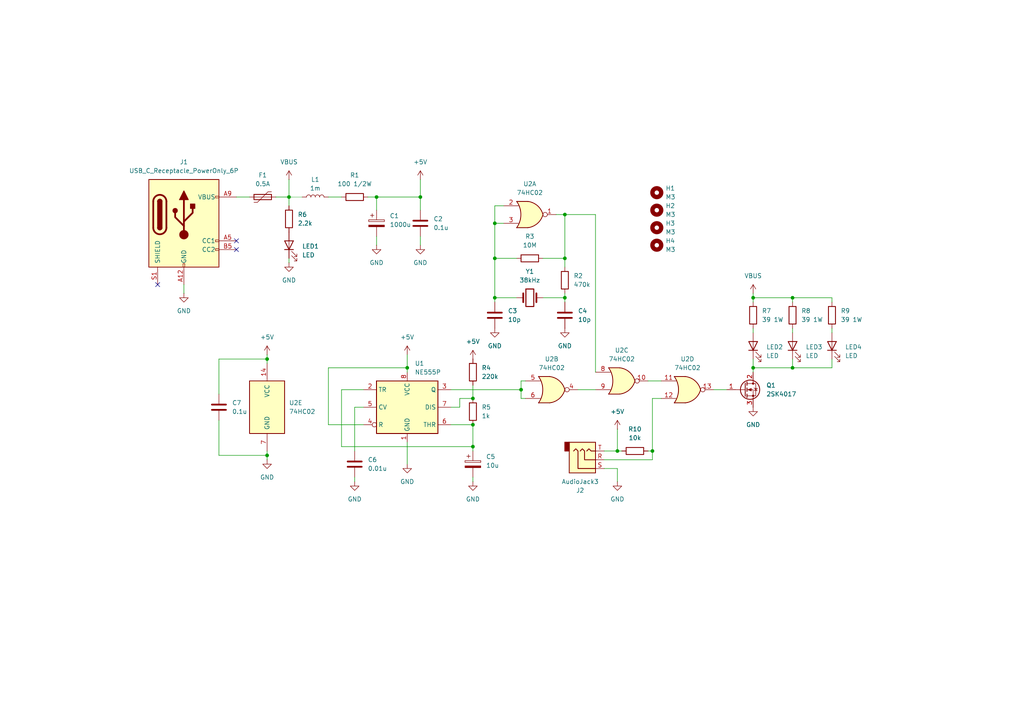
<source format=kicad_sch>
(kicad_sch
	(version 20250114)
	(generator "eeschema")
	(generator_version "9.0")
	(uuid "df672c97-0ea3-4770-ac05-1c269ea5e0a8")
	(paper "A4")
	(lib_symbols
		(symbol "74xx:74HC02"
			(pin_names
				(offset 1.016)
			)
			(exclude_from_sim no)
			(in_bom yes)
			(on_board yes)
			(property "Reference" "U"
				(at 0 1.27 0)
				(effects
					(font
						(size 1.27 1.27)
					)
				)
			)
			(property "Value" "74HC02"
				(at 0 -1.27 0)
				(effects
					(font
						(size 1.27 1.27)
					)
				)
			)
			(property "Footprint" ""
				(at 0 0 0)
				(effects
					(font
						(size 1.27 1.27)
					)
					(hide yes)
				)
			)
			(property "Datasheet" "http://www.ti.com/lit/gpn/sn74hc02"
				(at 0 0 0)
				(effects
					(font
						(size 1.27 1.27)
					)
					(hide yes)
				)
			)
			(property "Description" "quad 2-input NOR gate"
				(at 0 0 0)
				(effects
					(font
						(size 1.27 1.27)
					)
					(hide yes)
				)
			)
			(property "ki_locked" ""
				(at 0 0 0)
				(effects
					(font
						(size 1.27 1.27)
					)
				)
			)
			(property "ki_keywords" "HCMOS Nor2"
				(at 0 0 0)
				(effects
					(font
						(size 1.27 1.27)
					)
					(hide yes)
				)
			)
			(property "ki_fp_filters" "SO14* DIP*W7.62mm*"
				(at 0 0 0)
				(effects
					(font
						(size 1.27 1.27)
					)
					(hide yes)
				)
			)
			(symbol "74HC02_1_1"
				(arc
					(start -3.81 3.81)
					(mid -2.589 0)
					(end -3.81 -3.81)
					(stroke
						(width 0.254)
						(type default)
					)
					(fill
						(type none)
					)
				)
				(polyline
					(pts
						(xy -3.81 3.81) (xy -0.635 3.81)
					)
					(stroke
						(width 0.254)
						(type default)
					)
					(fill
						(type background)
					)
				)
				(polyline
					(pts
						(xy -3.81 -3.81) (xy -0.635 -3.81)
					)
					(stroke
						(width 0.254)
						(type default)
					)
					(fill
						(type background)
					)
				)
				(arc
					(start 3.81 0)
					(mid 2.1855 -2.584)
					(end -0.6096 -3.81)
					(stroke
						(width 0.254)
						(type default)
					)
					(fill
						(type background)
					)
				)
				(arc
					(start -0.6096 3.81)
					(mid 2.1928 2.5924)
					(end 3.81 0)
					(stroke
						(width 0.254)
						(type default)
					)
					(fill
						(type background)
					)
				)
				(polyline
					(pts
						(xy -0.635 3.81) (xy -3.81 3.81) (xy -3.81 3.81) (xy -3.556 3.4036) (xy -3.0226 2.2606) (xy -2.6924 1.0414)
						(xy -2.6162 -0.254) (xy -2.7686 -1.4986) (xy -3.175 -2.7178) (xy -3.81 -3.81) (xy -3.81 -3.81)
						(xy -0.635 -3.81)
					)
					(stroke
						(width -25.4)
						(type default)
					)
					(fill
						(type background)
					)
				)
				(pin input line
					(at -7.62 2.54 0)
					(length 4.318)
					(name "~"
						(effects
							(font
								(size 1.27 1.27)
							)
						)
					)
					(number "2"
						(effects
							(font
								(size 1.27 1.27)
							)
						)
					)
				)
				(pin input line
					(at -7.62 -2.54 0)
					(length 4.318)
					(name "~"
						(effects
							(font
								(size 1.27 1.27)
							)
						)
					)
					(number "3"
						(effects
							(font
								(size 1.27 1.27)
							)
						)
					)
				)
				(pin output inverted
					(at 7.62 0 180)
					(length 3.81)
					(name "~"
						(effects
							(font
								(size 1.27 1.27)
							)
						)
					)
					(number "1"
						(effects
							(font
								(size 1.27 1.27)
							)
						)
					)
				)
			)
			(symbol "74HC02_1_2"
				(arc
					(start 0 3.81)
					(mid 3.7934 0)
					(end 0 -3.81)
					(stroke
						(width 0.254)
						(type default)
					)
					(fill
						(type background)
					)
				)
				(polyline
					(pts
						(xy 0 3.81) (xy -3.81 3.81) (xy -3.81 -3.81) (xy 0 -3.81)
					)
					(stroke
						(width 0.254)
						(type default)
					)
					(fill
						(type background)
					)
				)
				(pin input inverted
					(at -7.62 2.54 0)
					(length 3.81)
					(name "~"
						(effects
							(font
								(size 1.27 1.27)
							)
						)
					)
					(number "2"
						(effects
							(font
								(size 1.27 1.27)
							)
						)
					)
				)
				(pin input inverted
					(at -7.62 -2.54 0)
					(length 3.81)
					(name "~"
						(effects
							(font
								(size 1.27 1.27)
							)
						)
					)
					(number "3"
						(effects
							(font
								(size 1.27 1.27)
							)
						)
					)
				)
				(pin output line
					(at 7.62 0 180)
					(length 3.81)
					(name "~"
						(effects
							(font
								(size 1.27 1.27)
							)
						)
					)
					(number "1"
						(effects
							(font
								(size 1.27 1.27)
							)
						)
					)
				)
			)
			(symbol "74HC02_2_1"
				(arc
					(start -3.81 3.81)
					(mid -2.589 0)
					(end -3.81 -3.81)
					(stroke
						(width 0.254)
						(type default)
					)
					(fill
						(type none)
					)
				)
				(polyline
					(pts
						(xy -3.81 3.81) (xy -0.635 3.81)
					)
					(stroke
						(width 0.254)
						(type default)
					)
					(fill
						(type background)
					)
				)
				(polyline
					(pts
						(xy -3.81 -3.81) (xy -0.635 -3.81)
					)
					(stroke
						(width 0.254)
						(type default)
					)
					(fill
						(type background)
					)
				)
				(arc
					(start 3.81 0)
					(mid 2.1855 -2.584)
					(end -0.6096 -3.81)
					(stroke
						(width 0.254)
						(type default)
					)
					(fill
						(type background)
					)
				)
				(arc
					(start -0.6096 3.81)
					(mid 2.1928 2.5924)
					(end 3.81 0)
					(stroke
						(width 0.254)
						(type default)
					)
					(fill
						(type background)
					)
				)
				(polyline
					(pts
						(xy -0.635 3.81) (xy -3.81 3.81) (xy -3.81 3.81) (xy -3.556 3.4036) (xy -3.0226 2.2606) (xy -2.6924 1.0414)
						(xy -2.6162 -0.254) (xy -2.7686 -1.4986) (xy -3.175 -2.7178) (xy -3.81 -3.81) (xy -3.81 -3.81)
						(xy -0.635 -3.81)
					)
					(stroke
						(width -25.4)
						(type default)
					)
					(fill
						(type background)
					)
				)
				(pin input line
					(at -7.62 2.54 0)
					(length 4.318)
					(name "~"
						(effects
							(font
								(size 1.27 1.27)
							)
						)
					)
					(number "5"
						(effects
							(font
								(size 1.27 1.27)
							)
						)
					)
				)
				(pin input line
					(at -7.62 -2.54 0)
					(length 4.318)
					(name "~"
						(effects
							(font
								(size 1.27 1.27)
							)
						)
					)
					(number "6"
						(effects
							(font
								(size 1.27 1.27)
							)
						)
					)
				)
				(pin output inverted
					(at 7.62 0 180)
					(length 3.81)
					(name "~"
						(effects
							(font
								(size 1.27 1.27)
							)
						)
					)
					(number "4"
						(effects
							(font
								(size 1.27 1.27)
							)
						)
					)
				)
			)
			(symbol "74HC02_2_2"
				(arc
					(start 0 3.81)
					(mid 3.7934 0)
					(end 0 -3.81)
					(stroke
						(width 0.254)
						(type default)
					)
					(fill
						(type background)
					)
				)
				(polyline
					(pts
						(xy 0 3.81) (xy -3.81 3.81) (xy -3.81 -3.81) (xy 0 -3.81)
					)
					(stroke
						(width 0.254)
						(type default)
					)
					(fill
						(type background)
					)
				)
				(pin input inverted
					(at -7.62 2.54 0)
					(length 3.81)
					(name "~"
						(effects
							(font
								(size 1.27 1.27)
							)
						)
					)
					(number "5"
						(effects
							(font
								(size 1.27 1.27)
							)
						)
					)
				)
				(pin input inverted
					(at -7.62 -2.54 0)
					(length 3.81)
					(name "~"
						(effects
							(font
								(size 1.27 1.27)
							)
						)
					)
					(number "6"
						(effects
							(font
								(size 1.27 1.27)
							)
						)
					)
				)
				(pin output line
					(at 7.62 0 180)
					(length 3.81)
					(name "~"
						(effects
							(font
								(size 1.27 1.27)
							)
						)
					)
					(number "4"
						(effects
							(font
								(size 1.27 1.27)
							)
						)
					)
				)
			)
			(symbol "74HC02_3_1"
				(arc
					(start -3.81 3.81)
					(mid -2.589 0)
					(end -3.81 -3.81)
					(stroke
						(width 0.254)
						(type default)
					)
					(fill
						(type none)
					)
				)
				(polyline
					(pts
						(xy -3.81 3.81) (xy -0.635 3.81)
					)
					(stroke
						(width 0.254)
						(type default)
					)
					(fill
						(type background)
					)
				)
				(polyline
					(pts
						(xy -3.81 -3.81) (xy -0.635 -3.81)
					)
					(stroke
						(width 0.254)
						(type default)
					)
					(fill
						(type background)
					)
				)
				(arc
					(start 3.81 0)
					(mid 2.1855 -2.584)
					(end -0.6096 -3.81)
					(stroke
						(width 0.254)
						(type default)
					)
					(fill
						(type background)
					)
				)
				(arc
					(start -0.6096 3.81)
					(mid 2.1928 2.5924)
					(end 3.81 0)
					(stroke
						(width 0.254)
						(type default)
					)
					(fill
						(type background)
					)
				)
				(polyline
					(pts
						(xy -0.635 3.81) (xy -3.81 3.81) (xy -3.81 3.81) (xy -3.556 3.4036) (xy -3.0226 2.2606) (xy -2.6924 1.0414)
						(xy -2.6162 -0.254) (xy -2.7686 -1.4986) (xy -3.175 -2.7178) (xy -3.81 -3.81) (xy -3.81 -3.81)
						(xy -0.635 -3.81)
					)
					(stroke
						(width -25.4)
						(type default)
					)
					(fill
						(type background)
					)
				)
				(pin input line
					(at -7.62 2.54 0)
					(length 4.318)
					(name "~"
						(effects
							(font
								(size 1.27 1.27)
							)
						)
					)
					(number "8"
						(effects
							(font
								(size 1.27 1.27)
							)
						)
					)
				)
				(pin input line
					(at -7.62 -2.54 0)
					(length 4.318)
					(name "~"
						(effects
							(font
								(size 1.27 1.27)
							)
						)
					)
					(number "9"
						(effects
							(font
								(size 1.27 1.27)
							)
						)
					)
				)
				(pin output inverted
					(at 7.62 0 180)
					(length 3.81)
					(name "~"
						(effects
							(font
								(size 1.27 1.27)
							)
						)
					)
					(number "10"
						(effects
							(font
								(size 1.27 1.27)
							)
						)
					)
				)
			)
			(symbol "74HC02_3_2"
				(arc
					(start 0 3.81)
					(mid 3.7934 0)
					(end 0 -3.81)
					(stroke
						(width 0.254)
						(type default)
					)
					(fill
						(type background)
					)
				)
				(polyline
					(pts
						(xy 0 3.81) (xy -3.81 3.81) (xy -3.81 -3.81) (xy 0 -3.81)
					)
					(stroke
						(width 0.254)
						(type default)
					)
					(fill
						(type background)
					)
				)
				(pin input inverted
					(at -7.62 2.54 0)
					(length 3.81)
					(name "~"
						(effects
							(font
								(size 1.27 1.27)
							)
						)
					)
					(number "8"
						(effects
							(font
								(size 1.27 1.27)
							)
						)
					)
				)
				(pin input inverted
					(at -7.62 -2.54 0)
					(length 3.81)
					(name "~"
						(effects
							(font
								(size 1.27 1.27)
							)
						)
					)
					(number "9"
						(effects
							(font
								(size 1.27 1.27)
							)
						)
					)
				)
				(pin output line
					(at 7.62 0 180)
					(length 3.81)
					(name "~"
						(effects
							(font
								(size 1.27 1.27)
							)
						)
					)
					(number "10"
						(effects
							(font
								(size 1.27 1.27)
							)
						)
					)
				)
			)
			(symbol "74HC02_4_1"
				(arc
					(start -3.81 3.81)
					(mid -2.589 0)
					(end -3.81 -3.81)
					(stroke
						(width 0.254)
						(type default)
					)
					(fill
						(type none)
					)
				)
				(polyline
					(pts
						(xy -3.81 3.81) (xy -0.635 3.81)
					)
					(stroke
						(width 0.254)
						(type default)
					)
					(fill
						(type background)
					)
				)
				(polyline
					(pts
						(xy -3.81 -3.81) (xy -0.635 -3.81)
					)
					(stroke
						(width 0.254)
						(type default)
					)
					(fill
						(type background)
					)
				)
				(arc
					(start 3.81 0)
					(mid 2.1855 -2.584)
					(end -0.6096 -3.81)
					(stroke
						(width 0.254)
						(type default)
					)
					(fill
						(type background)
					)
				)
				(arc
					(start -0.6096 3.81)
					(mid 2.1928 2.5924)
					(end 3.81 0)
					(stroke
						(width 0.254)
						(type default)
					)
					(fill
						(type background)
					)
				)
				(polyline
					(pts
						(xy -0.635 3.81) (xy -3.81 3.81) (xy -3.81 3.81) (xy -3.556 3.4036) (xy -3.0226 2.2606) (xy -2.6924 1.0414)
						(xy -2.6162 -0.254) (xy -2.7686 -1.4986) (xy -3.175 -2.7178) (xy -3.81 -3.81) (xy -3.81 -3.81)
						(xy -0.635 -3.81)
					)
					(stroke
						(width -25.4)
						(type default)
					)
					(fill
						(type background)
					)
				)
				(pin input line
					(at -7.62 2.54 0)
					(length 4.318)
					(name "~"
						(effects
							(font
								(size 1.27 1.27)
							)
						)
					)
					(number "11"
						(effects
							(font
								(size 1.27 1.27)
							)
						)
					)
				)
				(pin input line
					(at -7.62 -2.54 0)
					(length 4.318)
					(name "~"
						(effects
							(font
								(size 1.27 1.27)
							)
						)
					)
					(number "12"
						(effects
							(font
								(size 1.27 1.27)
							)
						)
					)
				)
				(pin output inverted
					(at 7.62 0 180)
					(length 3.81)
					(name "~"
						(effects
							(font
								(size 1.27 1.27)
							)
						)
					)
					(number "13"
						(effects
							(font
								(size 1.27 1.27)
							)
						)
					)
				)
			)
			(symbol "74HC02_4_2"
				(arc
					(start 0 3.81)
					(mid 3.7934 0)
					(end 0 -3.81)
					(stroke
						(width 0.254)
						(type default)
					)
					(fill
						(type background)
					)
				)
				(polyline
					(pts
						(xy 0 3.81) (xy -3.81 3.81) (xy -3.81 -3.81) (xy 0 -3.81)
					)
					(stroke
						(width 0.254)
						(type default)
					)
					(fill
						(type background)
					)
				)
				(pin input inverted
					(at -7.62 2.54 0)
					(length 3.81)
					(name "~"
						(effects
							(font
								(size 1.27 1.27)
							)
						)
					)
					(number "11"
						(effects
							(font
								(size 1.27 1.27)
							)
						)
					)
				)
				(pin input inverted
					(at -7.62 -2.54 0)
					(length 3.81)
					(name "~"
						(effects
							(font
								(size 1.27 1.27)
							)
						)
					)
					(number "12"
						(effects
							(font
								(size 1.27 1.27)
							)
						)
					)
				)
				(pin output line
					(at 7.62 0 180)
					(length 3.81)
					(name "~"
						(effects
							(font
								(size 1.27 1.27)
							)
						)
					)
					(number "13"
						(effects
							(font
								(size 1.27 1.27)
							)
						)
					)
				)
			)
			(symbol "74HC02_5_0"
				(pin power_in line
					(at 0 12.7 270)
					(length 5.08)
					(name "VCC"
						(effects
							(font
								(size 1.27 1.27)
							)
						)
					)
					(number "14"
						(effects
							(font
								(size 1.27 1.27)
							)
						)
					)
				)
				(pin power_in line
					(at 0 -12.7 90)
					(length 5.08)
					(name "GND"
						(effects
							(font
								(size 1.27 1.27)
							)
						)
					)
					(number "7"
						(effects
							(font
								(size 1.27 1.27)
							)
						)
					)
				)
			)
			(symbol "74HC02_5_1"
				(rectangle
					(start -5.08 7.62)
					(end 5.08 -7.62)
					(stroke
						(width 0.254)
						(type default)
					)
					(fill
						(type background)
					)
				)
			)
			(embedded_fonts no)
		)
		(symbol "Connector:USB_C_Receptacle_PowerOnly_6P"
			(pin_names
				(offset 1.016)
			)
			(exclude_from_sim no)
			(in_bom yes)
			(on_board yes)
			(property "Reference" "J"
				(at 0 16.51 0)
				(effects
					(font
						(size 1.27 1.27)
					)
					(justify bottom)
				)
			)
			(property "Value" "USB_C_Receptacle_PowerOnly_6P"
				(at 0 13.97 0)
				(effects
					(font
						(size 1.27 1.27)
					)
					(justify bottom)
				)
			)
			(property "Footprint" ""
				(at 3.81 2.54 0)
				(effects
					(font
						(size 1.27 1.27)
					)
					(hide yes)
				)
			)
			(property "Datasheet" "https://www.usb.org/sites/default/files/documents/usb_type-c.zip"
				(at 0 0 0)
				(effects
					(font
						(size 1.27 1.27)
					)
					(hide yes)
				)
			)
			(property "Description" "USB Power-Only 6P Type-C Receptacle connector"
				(at 0 0 0)
				(effects
					(font
						(size 1.27 1.27)
					)
					(hide yes)
				)
			)
			(property "ki_keywords" "usb universal serial bus type-C power-only charging-only 6P 6C"
				(at 0 0 0)
				(effects
					(font
						(size 1.27 1.27)
					)
					(hide yes)
				)
			)
			(property "ki_fp_filters" "USB*C*Receptacle*"
				(at 0 0 0)
				(effects
					(font
						(size 1.27 1.27)
					)
					(hide yes)
				)
			)
			(symbol "USB_C_Receptacle_PowerOnly_6P_0_0"
				(rectangle
					(start -0.254 -12.7)
					(end 0.254 -11.684)
					(stroke
						(width 0)
						(type default)
					)
					(fill
						(type none)
					)
				)
				(rectangle
					(start 10.16 7.874)
					(end 9.144 7.366)
					(stroke
						(width 0)
						(type default)
					)
					(fill
						(type none)
					)
				)
				(rectangle
					(start 10.16 -4.826)
					(end 9.144 -5.334)
					(stroke
						(width 0)
						(type default)
					)
					(fill
						(type none)
					)
				)
				(rectangle
					(start 10.16 -7.366)
					(end 9.144 -7.874)
					(stroke
						(width 0)
						(type default)
					)
					(fill
						(type none)
					)
				)
			)
			(symbol "USB_C_Receptacle_PowerOnly_6P_0_1"
				(rectangle
					(start -10.16 12.7)
					(end 10.16 -12.7)
					(stroke
						(width 0.254)
						(type default)
					)
					(fill
						(type background)
					)
				)
				(polyline
					(pts
						(xy -8.89 -1.27) (xy -8.89 6.35)
					)
					(stroke
						(width 0.508)
						(type default)
					)
					(fill
						(type none)
					)
				)
				(rectangle
					(start -7.62 -1.27)
					(end -6.35 6.35)
					(stroke
						(width 0.254)
						(type default)
					)
					(fill
						(type outline)
					)
				)
				(arc
					(start -7.62 6.35)
					(mid -6.985 6.9823)
					(end -6.35 6.35)
					(stroke
						(width 0.254)
						(type default)
					)
					(fill
						(type none)
					)
				)
				(arc
					(start -7.62 6.35)
					(mid -6.985 6.9823)
					(end -6.35 6.35)
					(stroke
						(width 0.254)
						(type default)
					)
					(fill
						(type outline)
					)
				)
				(arc
					(start -8.89 6.35)
					(mid -6.985 8.2467)
					(end -5.08 6.35)
					(stroke
						(width 0.508)
						(type default)
					)
					(fill
						(type none)
					)
				)
				(arc
					(start -5.08 -1.27)
					(mid -6.985 -3.1667)
					(end -8.89 -1.27)
					(stroke
						(width 0.508)
						(type default)
					)
					(fill
						(type none)
					)
				)
				(arc
					(start -6.35 -1.27)
					(mid -6.985 -1.9023)
					(end -7.62 -1.27)
					(stroke
						(width 0.254)
						(type default)
					)
					(fill
						(type none)
					)
				)
				(arc
					(start -6.35 -1.27)
					(mid -6.985 -1.9023)
					(end -7.62 -1.27)
					(stroke
						(width 0.254)
						(type default)
					)
					(fill
						(type outline)
					)
				)
				(polyline
					(pts
						(xy -5.08 6.35) (xy -5.08 -1.27)
					)
					(stroke
						(width 0.508)
						(type default)
					)
					(fill
						(type none)
					)
				)
				(circle
					(center -2.54 3.683)
					(radius 0.635)
					(stroke
						(width 0.254)
						(type default)
					)
					(fill
						(type outline)
					)
				)
				(polyline
					(pts
						(xy -1.27 6.858) (xy 0 9.398) (xy 1.27 6.858) (xy -1.27 6.858)
					)
					(stroke
						(width 0.254)
						(type default)
					)
					(fill
						(type outline)
					)
				)
				(polyline
					(pts
						(xy 0 0.508) (xy 2.54 3.048) (xy 2.54 4.318)
					)
					(stroke
						(width 0.508)
						(type default)
					)
					(fill
						(type none)
					)
				)
				(polyline
					(pts
						(xy 0 -0.762) (xy -2.54 1.778) (xy -2.54 3.048)
					)
					(stroke
						(width 0.508)
						(type default)
					)
					(fill
						(type none)
					)
				)
				(polyline
					(pts
						(xy 0 -3.302) (xy 0 6.858)
					)
					(stroke
						(width 0.508)
						(type default)
					)
					(fill
						(type none)
					)
				)
				(circle
					(center 0 -3.302)
					(radius 1.27)
					(stroke
						(width 0)
						(type default)
					)
					(fill
						(type outline)
					)
				)
				(rectangle
					(start 1.905 4.318)
					(end 3.175 5.588)
					(stroke
						(width 0.254)
						(type default)
					)
					(fill
						(type outline)
					)
				)
			)
			(symbol "USB_C_Receptacle_PowerOnly_6P_1_1"
				(pin passive line
					(at -7.62 -17.78 90)
					(length 5.08)
					(name "SHIELD"
						(effects
							(font
								(size 1.27 1.27)
							)
						)
					)
					(number "S1"
						(effects
							(font
								(size 1.27 1.27)
							)
						)
					)
				)
				(pin passive line
					(at 0 -17.78 90)
					(length 5.08)
					(name "GND"
						(effects
							(font
								(size 1.27 1.27)
							)
						)
					)
					(number "A12"
						(effects
							(font
								(size 1.27 1.27)
							)
						)
					)
				)
				(pin passive line
					(at 0 -17.78 90)
					(length 5.08)
					(hide yes)
					(name "GND"
						(effects
							(font
								(size 1.27 1.27)
							)
						)
					)
					(number "B12"
						(effects
							(font
								(size 1.27 1.27)
							)
						)
					)
				)
				(pin passive line
					(at 15.24 7.62 180)
					(length 5.08)
					(name "VBUS"
						(effects
							(font
								(size 1.27 1.27)
							)
						)
					)
					(number "A9"
						(effects
							(font
								(size 1.27 1.27)
							)
						)
					)
				)
				(pin passive line
					(at 15.24 7.62 180)
					(length 5.08)
					(hide yes)
					(name "VBUS"
						(effects
							(font
								(size 1.27 1.27)
							)
						)
					)
					(number "B9"
						(effects
							(font
								(size 1.27 1.27)
							)
						)
					)
				)
				(pin bidirectional line
					(at 15.24 -5.08 180)
					(length 5.08)
					(name "CC1"
						(effects
							(font
								(size 1.27 1.27)
							)
						)
					)
					(number "A5"
						(effects
							(font
								(size 1.27 1.27)
							)
						)
					)
				)
				(pin bidirectional line
					(at 15.24 -7.62 180)
					(length 5.08)
					(name "CC2"
						(effects
							(font
								(size 1.27 1.27)
							)
						)
					)
					(number "B5"
						(effects
							(font
								(size 1.27 1.27)
							)
						)
					)
				)
			)
			(embedded_fonts no)
		)
		(symbol "Connector_Audio:AudioJack3"
			(exclude_from_sim no)
			(in_bom yes)
			(on_board yes)
			(property "Reference" "J"
				(at 0 8.89 0)
				(effects
					(font
						(size 1.27 1.27)
					)
				)
			)
			(property "Value" "AudioJack3"
				(at 0 6.35 0)
				(effects
					(font
						(size 1.27 1.27)
					)
				)
			)
			(property "Footprint" ""
				(at 0 0 0)
				(effects
					(font
						(size 1.27 1.27)
					)
					(hide yes)
				)
			)
			(property "Datasheet" "~"
				(at 0 0 0)
				(effects
					(font
						(size 1.27 1.27)
					)
					(hide yes)
				)
			)
			(property "Description" "Audio Jack, 3 Poles (Stereo / TRS)"
				(at 0 0 0)
				(effects
					(font
						(size 1.27 1.27)
					)
					(hide yes)
				)
			)
			(property "ki_keywords" "audio jack receptacle stereo headphones phones TRS connector"
				(at 0 0 0)
				(effects
					(font
						(size 1.27 1.27)
					)
					(hide yes)
				)
			)
			(property "ki_fp_filters" "Jack*"
				(at 0 0 0)
				(effects
					(font
						(size 1.27 1.27)
					)
					(hide yes)
				)
			)
			(symbol "AudioJack3_0_1"
				(rectangle
					(start -5.08 -5.08)
					(end -6.35 -2.54)
					(stroke
						(width 0.254)
						(type default)
					)
					(fill
						(type outline)
					)
				)
				(polyline
					(pts
						(xy -1.905 -2.54) (xy -1.27 -3.175) (xy -0.635 -2.54) (xy -0.635 0) (xy 2.54 0)
					)
					(stroke
						(width 0.254)
						(type default)
					)
					(fill
						(type none)
					)
				)
				(polyline
					(pts
						(xy 0 -2.54) (xy 0.635 -3.175) (xy 1.27 -2.54) (xy 2.54 -2.54)
					)
					(stroke
						(width 0.254)
						(type default)
					)
					(fill
						(type none)
					)
				)
				(rectangle
					(start 2.54 3.81)
					(end -5.08 -5.08)
					(stroke
						(width 0.254)
						(type default)
					)
					(fill
						(type background)
					)
				)
				(polyline
					(pts
						(xy 2.54 2.54) (xy -2.54 2.54) (xy -2.54 -2.54) (xy -3.175 -3.175) (xy -3.81 -2.54)
					)
					(stroke
						(width 0.254)
						(type default)
					)
					(fill
						(type none)
					)
				)
			)
			(symbol "AudioJack3_1_1"
				(pin passive line
					(at 5.08 2.54 180)
					(length 2.54)
					(name "~"
						(effects
							(font
								(size 1.27 1.27)
							)
						)
					)
					(number "S"
						(effects
							(font
								(size 1.27 1.27)
							)
						)
					)
				)
				(pin passive line
					(at 5.08 0 180)
					(length 2.54)
					(name "~"
						(effects
							(font
								(size 1.27 1.27)
							)
						)
					)
					(number "R"
						(effects
							(font
								(size 1.27 1.27)
							)
						)
					)
				)
				(pin passive line
					(at 5.08 -2.54 180)
					(length 2.54)
					(name "~"
						(effects
							(font
								(size 1.27 1.27)
							)
						)
					)
					(number "T"
						(effects
							(font
								(size 1.27 1.27)
							)
						)
					)
				)
			)
			(embedded_fonts no)
		)
		(symbol "Device:C"
			(pin_numbers
				(hide yes)
			)
			(pin_names
				(offset 0.254)
			)
			(exclude_from_sim no)
			(in_bom yes)
			(on_board yes)
			(property "Reference" "C"
				(at 0.635 2.54 0)
				(effects
					(font
						(size 1.27 1.27)
					)
					(justify left)
				)
			)
			(property "Value" "C"
				(at 0.635 -2.54 0)
				(effects
					(font
						(size 1.27 1.27)
					)
					(justify left)
				)
			)
			(property "Footprint" ""
				(at 0.9652 -3.81 0)
				(effects
					(font
						(size 1.27 1.27)
					)
					(hide yes)
				)
			)
			(property "Datasheet" "~"
				(at 0 0 0)
				(effects
					(font
						(size 1.27 1.27)
					)
					(hide yes)
				)
			)
			(property "Description" "Unpolarized capacitor"
				(at 0 0 0)
				(effects
					(font
						(size 1.27 1.27)
					)
					(hide yes)
				)
			)
			(property "ki_keywords" "cap capacitor"
				(at 0 0 0)
				(effects
					(font
						(size 1.27 1.27)
					)
					(hide yes)
				)
			)
			(property "ki_fp_filters" "C_*"
				(at 0 0 0)
				(effects
					(font
						(size 1.27 1.27)
					)
					(hide yes)
				)
			)
			(symbol "C_0_1"
				(polyline
					(pts
						(xy -2.032 0.762) (xy 2.032 0.762)
					)
					(stroke
						(width 0.508)
						(type default)
					)
					(fill
						(type none)
					)
				)
				(polyline
					(pts
						(xy -2.032 -0.762) (xy 2.032 -0.762)
					)
					(stroke
						(width 0.508)
						(type default)
					)
					(fill
						(type none)
					)
				)
			)
			(symbol "C_1_1"
				(pin passive line
					(at 0 3.81 270)
					(length 2.794)
					(name "~"
						(effects
							(font
								(size 1.27 1.27)
							)
						)
					)
					(number "1"
						(effects
							(font
								(size 1.27 1.27)
							)
						)
					)
				)
				(pin passive line
					(at 0 -3.81 90)
					(length 2.794)
					(name "~"
						(effects
							(font
								(size 1.27 1.27)
							)
						)
					)
					(number "2"
						(effects
							(font
								(size 1.27 1.27)
							)
						)
					)
				)
			)
			(embedded_fonts no)
		)
		(symbol "Device:C_Polarized"
			(pin_numbers
				(hide yes)
			)
			(pin_names
				(offset 0.254)
			)
			(exclude_from_sim no)
			(in_bom yes)
			(on_board yes)
			(property "Reference" "C"
				(at 0.635 2.54 0)
				(effects
					(font
						(size 1.27 1.27)
					)
					(justify left)
				)
			)
			(property "Value" "C_Polarized"
				(at 0.635 -2.54 0)
				(effects
					(font
						(size 1.27 1.27)
					)
					(justify left)
				)
			)
			(property "Footprint" ""
				(at 0.9652 -3.81 0)
				(effects
					(font
						(size 1.27 1.27)
					)
					(hide yes)
				)
			)
			(property "Datasheet" "~"
				(at 0 0 0)
				(effects
					(font
						(size 1.27 1.27)
					)
					(hide yes)
				)
			)
			(property "Description" "Polarized capacitor"
				(at 0 0 0)
				(effects
					(font
						(size 1.27 1.27)
					)
					(hide yes)
				)
			)
			(property "ki_keywords" "cap capacitor"
				(at 0 0 0)
				(effects
					(font
						(size 1.27 1.27)
					)
					(hide yes)
				)
			)
			(property "ki_fp_filters" "CP_*"
				(at 0 0 0)
				(effects
					(font
						(size 1.27 1.27)
					)
					(hide yes)
				)
			)
			(symbol "C_Polarized_0_1"
				(rectangle
					(start -2.286 0.508)
					(end 2.286 1.016)
					(stroke
						(width 0)
						(type default)
					)
					(fill
						(type none)
					)
				)
				(polyline
					(pts
						(xy -1.778 2.286) (xy -0.762 2.286)
					)
					(stroke
						(width 0)
						(type default)
					)
					(fill
						(type none)
					)
				)
				(polyline
					(pts
						(xy -1.27 2.794) (xy -1.27 1.778)
					)
					(stroke
						(width 0)
						(type default)
					)
					(fill
						(type none)
					)
				)
				(rectangle
					(start 2.286 -0.508)
					(end -2.286 -1.016)
					(stroke
						(width 0)
						(type default)
					)
					(fill
						(type outline)
					)
				)
			)
			(symbol "C_Polarized_1_1"
				(pin passive line
					(at 0 3.81 270)
					(length 2.794)
					(name "~"
						(effects
							(font
								(size 1.27 1.27)
							)
						)
					)
					(number "1"
						(effects
							(font
								(size 1.27 1.27)
							)
						)
					)
				)
				(pin passive line
					(at 0 -3.81 90)
					(length 2.794)
					(name "~"
						(effects
							(font
								(size 1.27 1.27)
							)
						)
					)
					(number "2"
						(effects
							(font
								(size 1.27 1.27)
							)
						)
					)
				)
			)
			(embedded_fonts no)
		)
		(symbol "Device:Crystal"
			(pin_numbers
				(hide yes)
			)
			(pin_names
				(offset 1.016)
				(hide yes)
			)
			(exclude_from_sim no)
			(in_bom yes)
			(on_board yes)
			(property "Reference" "Y"
				(at 0 3.81 0)
				(effects
					(font
						(size 1.27 1.27)
					)
				)
			)
			(property "Value" "Crystal"
				(at 0 -3.81 0)
				(effects
					(font
						(size 1.27 1.27)
					)
				)
			)
			(property "Footprint" ""
				(at 0 0 0)
				(effects
					(font
						(size 1.27 1.27)
					)
					(hide yes)
				)
			)
			(property "Datasheet" "~"
				(at 0 0 0)
				(effects
					(font
						(size 1.27 1.27)
					)
					(hide yes)
				)
			)
			(property "Description" "Two pin crystal"
				(at 0 0 0)
				(effects
					(font
						(size 1.27 1.27)
					)
					(hide yes)
				)
			)
			(property "ki_keywords" "quartz ceramic resonator oscillator"
				(at 0 0 0)
				(effects
					(font
						(size 1.27 1.27)
					)
					(hide yes)
				)
			)
			(property "ki_fp_filters" "Crystal*"
				(at 0 0 0)
				(effects
					(font
						(size 1.27 1.27)
					)
					(hide yes)
				)
			)
			(symbol "Crystal_0_1"
				(polyline
					(pts
						(xy -2.54 0) (xy -1.905 0)
					)
					(stroke
						(width 0)
						(type default)
					)
					(fill
						(type none)
					)
				)
				(polyline
					(pts
						(xy -1.905 -1.27) (xy -1.905 1.27)
					)
					(stroke
						(width 0.508)
						(type default)
					)
					(fill
						(type none)
					)
				)
				(rectangle
					(start -1.143 2.54)
					(end 1.143 -2.54)
					(stroke
						(width 0.3048)
						(type default)
					)
					(fill
						(type none)
					)
				)
				(polyline
					(pts
						(xy 1.905 -1.27) (xy 1.905 1.27)
					)
					(stroke
						(width 0.508)
						(type default)
					)
					(fill
						(type none)
					)
				)
				(polyline
					(pts
						(xy 2.54 0) (xy 1.905 0)
					)
					(stroke
						(width 0)
						(type default)
					)
					(fill
						(type none)
					)
				)
			)
			(symbol "Crystal_1_1"
				(pin passive line
					(at -3.81 0 0)
					(length 1.27)
					(name "1"
						(effects
							(font
								(size 1.27 1.27)
							)
						)
					)
					(number "1"
						(effects
							(font
								(size 1.27 1.27)
							)
						)
					)
				)
				(pin passive line
					(at 3.81 0 180)
					(length 1.27)
					(name "2"
						(effects
							(font
								(size 1.27 1.27)
							)
						)
					)
					(number "2"
						(effects
							(font
								(size 1.27 1.27)
							)
						)
					)
				)
			)
			(embedded_fonts no)
		)
		(symbol "Device:L"
			(pin_numbers
				(hide yes)
			)
			(pin_names
				(offset 1.016)
				(hide yes)
			)
			(exclude_from_sim no)
			(in_bom yes)
			(on_board yes)
			(property "Reference" "L"
				(at -1.27 0 90)
				(effects
					(font
						(size 1.27 1.27)
					)
				)
			)
			(property "Value" "L"
				(at 1.905 0 90)
				(effects
					(font
						(size 1.27 1.27)
					)
				)
			)
			(property "Footprint" ""
				(at 0 0 0)
				(effects
					(font
						(size 1.27 1.27)
					)
					(hide yes)
				)
			)
			(property "Datasheet" "~"
				(at 0 0 0)
				(effects
					(font
						(size 1.27 1.27)
					)
					(hide yes)
				)
			)
			(property "Description" "Inductor"
				(at 0 0 0)
				(effects
					(font
						(size 1.27 1.27)
					)
					(hide yes)
				)
			)
			(property "ki_keywords" "inductor choke coil reactor magnetic"
				(at 0 0 0)
				(effects
					(font
						(size 1.27 1.27)
					)
					(hide yes)
				)
			)
			(property "ki_fp_filters" "Choke_* *Coil* Inductor_* L_*"
				(at 0 0 0)
				(effects
					(font
						(size 1.27 1.27)
					)
					(hide yes)
				)
			)
			(symbol "L_0_1"
				(arc
					(start 0 2.54)
					(mid 0.6323 1.905)
					(end 0 1.27)
					(stroke
						(width 0)
						(type default)
					)
					(fill
						(type none)
					)
				)
				(arc
					(start 0 1.27)
					(mid 0.6323 0.635)
					(end 0 0)
					(stroke
						(width 0)
						(type default)
					)
					(fill
						(type none)
					)
				)
				(arc
					(start 0 0)
					(mid 0.6323 -0.635)
					(end 0 -1.27)
					(stroke
						(width 0)
						(type default)
					)
					(fill
						(type none)
					)
				)
				(arc
					(start 0 -1.27)
					(mid 0.6323 -1.905)
					(end 0 -2.54)
					(stroke
						(width 0)
						(type default)
					)
					(fill
						(type none)
					)
				)
			)
			(symbol "L_1_1"
				(pin passive line
					(at 0 3.81 270)
					(length 1.27)
					(name "1"
						(effects
							(font
								(size 1.27 1.27)
							)
						)
					)
					(number "1"
						(effects
							(font
								(size 1.27 1.27)
							)
						)
					)
				)
				(pin passive line
					(at 0 -3.81 90)
					(length 1.27)
					(name "2"
						(effects
							(font
								(size 1.27 1.27)
							)
						)
					)
					(number "2"
						(effects
							(font
								(size 1.27 1.27)
							)
						)
					)
				)
			)
			(embedded_fonts no)
		)
		(symbol "Device:LED"
			(pin_numbers
				(hide yes)
			)
			(pin_names
				(offset 1.016)
				(hide yes)
			)
			(exclude_from_sim no)
			(in_bom yes)
			(on_board yes)
			(property "Reference" "D"
				(at 0 2.54 0)
				(effects
					(font
						(size 1.27 1.27)
					)
				)
			)
			(property "Value" "LED"
				(at 0 -2.54 0)
				(effects
					(font
						(size 1.27 1.27)
					)
				)
			)
			(property "Footprint" ""
				(at 0 0 0)
				(effects
					(font
						(size 1.27 1.27)
					)
					(hide yes)
				)
			)
			(property "Datasheet" "~"
				(at 0 0 0)
				(effects
					(font
						(size 1.27 1.27)
					)
					(hide yes)
				)
			)
			(property "Description" "Light emitting diode"
				(at 0 0 0)
				(effects
					(font
						(size 1.27 1.27)
					)
					(hide yes)
				)
			)
			(property "ki_keywords" "LED diode"
				(at 0 0 0)
				(effects
					(font
						(size 1.27 1.27)
					)
					(hide yes)
				)
			)
			(property "ki_fp_filters" "LED* LED_SMD:* LED_THT:*"
				(at 0 0 0)
				(effects
					(font
						(size 1.27 1.27)
					)
					(hide yes)
				)
			)
			(symbol "LED_0_1"
				(polyline
					(pts
						(xy -3.048 -0.762) (xy -4.572 -2.286) (xy -3.81 -2.286) (xy -4.572 -2.286) (xy -4.572 -1.524)
					)
					(stroke
						(width 0)
						(type default)
					)
					(fill
						(type none)
					)
				)
				(polyline
					(pts
						(xy -1.778 -0.762) (xy -3.302 -2.286) (xy -2.54 -2.286) (xy -3.302 -2.286) (xy -3.302 -1.524)
					)
					(stroke
						(width 0)
						(type default)
					)
					(fill
						(type none)
					)
				)
				(polyline
					(pts
						(xy -1.27 0) (xy 1.27 0)
					)
					(stroke
						(width 0)
						(type default)
					)
					(fill
						(type none)
					)
				)
				(polyline
					(pts
						(xy -1.27 -1.27) (xy -1.27 1.27)
					)
					(stroke
						(width 0.254)
						(type default)
					)
					(fill
						(type none)
					)
				)
				(polyline
					(pts
						(xy 1.27 -1.27) (xy 1.27 1.27) (xy -1.27 0) (xy 1.27 -1.27)
					)
					(stroke
						(width 0.254)
						(type default)
					)
					(fill
						(type none)
					)
				)
			)
			(symbol "LED_1_1"
				(pin passive line
					(at -3.81 0 0)
					(length 2.54)
					(name "K"
						(effects
							(font
								(size 1.27 1.27)
							)
						)
					)
					(number "1"
						(effects
							(font
								(size 1.27 1.27)
							)
						)
					)
				)
				(pin passive line
					(at 3.81 0 180)
					(length 2.54)
					(name "A"
						(effects
							(font
								(size 1.27 1.27)
							)
						)
					)
					(number "2"
						(effects
							(font
								(size 1.27 1.27)
							)
						)
					)
				)
			)
			(embedded_fonts no)
		)
		(symbol "Device:Polyfuse"
			(pin_numbers
				(hide yes)
			)
			(pin_names
				(offset 0)
			)
			(exclude_from_sim no)
			(in_bom yes)
			(on_board yes)
			(property "Reference" "F"
				(at -2.54 0 90)
				(effects
					(font
						(size 1.27 1.27)
					)
				)
			)
			(property "Value" "Polyfuse"
				(at 2.54 0 90)
				(effects
					(font
						(size 1.27 1.27)
					)
				)
			)
			(property "Footprint" ""
				(at 1.27 -5.08 0)
				(effects
					(font
						(size 1.27 1.27)
					)
					(justify left)
					(hide yes)
				)
			)
			(property "Datasheet" "~"
				(at 0 0 0)
				(effects
					(font
						(size 1.27 1.27)
					)
					(hide yes)
				)
			)
			(property "Description" "Resettable fuse, polymeric positive temperature coefficient"
				(at 0 0 0)
				(effects
					(font
						(size 1.27 1.27)
					)
					(hide yes)
				)
			)
			(property "ki_keywords" "resettable fuse PTC PPTC polyfuse polyswitch"
				(at 0 0 0)
				(effects
					(font
						(size 1.27 1.27)
					)
					(hide yes)
				)
			)
			(property "ki_fp_filters" "*polyfuse* *PTC*"
				(at 0 0 0)
				(effects
					(font
						(size 1.27 1.27)
					)
					(hide yes)
				)
			)
			(symbol "Polyfuse_0_1"
				(polyline
					(pts
						(xy -1.524 2.54) (xy -1.524 1.524) (xy 1.524 -1.524) (xy 1.524 -2.54)
					)
					(stroke
						(width 0)
						(type default)
					)
					(fill
						(type none)
					)
				)
				(rectangle
					(start -0.762 2.54)
					(end 0.762 -2.54)
					(stroke
						(width 0.254)
						(type default)
					)
					(fill
						(type none)
					)
				)
				(polyline
					(pts
						(xy 0 2.54) (xy 0 -2.54)
					)
					(stroke
						(width 0)
						(type default)
					)
					(fill
						(type none)
					)
				)
			)
			(symbol "Polyfuse_1_1"
				(pin passive line
					(at 0 3.81 270)
					(length 1.27)
					(name "~"
						(effects
							(font
								(size 1.27 1.27)
							)
						)
					)
					(number "1"
						(effects
							(font
								(size 1.27 1.27)
							)
						)
					)
				)
				(pin passive line
					(at 0 -3.81 90)
					(length 1.27)
					(name "~"
						(effects
							(font
								(size 1.27 1.27)
							)
						)
					)
					(number "2"
						(effects
							(font
								(size 1.27 1.27)
							)
						)
					)
				)
			)
			(embedded_fonts no)
		)
		(symbol "Device:Q_NMOS_GDS"
			(pin_names
				(offset 0)
				(hide yes)
			)
			(exclude_from_sim no)
			(in_bom yes)
			(on_board yes)
			(property "Reference" "Q"
				(at 5.08 1.27 0)
				(effects
					(font
						(size 1.27 1.27)
					)
					(justify left)
				)
			)
			(property "Value" "Q_NMOS_GDS"
				(at 5.08 -1.27 0)
				(effects
					(font
						(size 1.27 1.27)
					)
					(justify left)
				)
			)
			(property "Footprint" ""
				(at 5.08 2.54 0)
				(effects
					(font
						(size 1.27 1.27)
					)
					(hide yes)
				)
			)
			(property "Datasheet" "~"
				(at 0 0 0)
				(effects
					(font
						(size 1.27 1.27)
					)
					(hide yes)
				)
			)
			(property "Description" "N-MOSFET transistor, gate/drain/source"
				(at 0 0 0)
				(effects
					(font
						(size 1.27 1.27)
					)
					(hide yes)
				)
			)
			(property "ki_keywords" "transistor NMOS N-MOS N-MOSFET"
				(at 0 0 0)
				(effects
					(font
						(size 1.27 1.27)
					)
					(hide yes)
				)
			)
			(symbol "Q_NMOS_GDS_0_1"
				(polyline
					(pts
						(xy 0.254 1.905) (xy 0.254 -1.905)
					)
					(stroke
						(width 0.254)
						(type default)
					)
					(fill
						(type none)
					)
				)
				(polyline
					(pts
						(xy 0.254 0) (xy -2.54 0)
					)
					(stroke
						(width 0)
						(type default)
					)
					(fill
						(type none)
					)
				)
				(polyline
					(pts
						(xy 0.762 2.286) (xy 0.762 1.27)
					)
					(stroke
						(width 0.254)
						(type default)
					)
					(fill
						(type none)
					)
				)
				(polyline
					(pts
						(xy 0.762 0.508) (xy 0.762 -0.508)
					)
					(stroke
						(width 0.254)
						(type default)
					)
					(fill
						(type none)
					)
				)
				(polyline
					(pts
						(xy 0.762 -1.27) (xy 0.762 -2.286)
					)
					(stroke
						(width 0.254)
						(type default)
					)
					(fill
						(type none)
					)
				)
				(polyline
					(pts
						(xy 0.762 -1.778) (xy 3.302 -1.778) (xy 3.302 1.778) (xy 0.762 1.778)
					)
					(stroke
						(width 0)
						(type default)
					)
					(fill
						(type none)
					)
				)
				(polyline
					(pts
						(xy 1.016 0) (xy 2.032 0.381) (xy 2.032 -0.381) (xy 1.016 0)
					)
					(stroke
						(width 0)
						(type default)
					)
					(fill
						(type outline)
					)
				)
				(circle
					(center 1.651 0)
					(radius 2.794)
					(stroke
						(width 0.254)
						(type default)
					)
					(fill
						(type none)
					)
				)
				(polyline
					(pts
						(xy 2.54 2.54) (xy 2.54 1.778)
					)
					(stroke
						(width 0)
						(type default)
					)
					(fill
						(type none)
					)
				)
				(circle
					(center 2.54 1.778)
					(radius 0.254)
					(stroke
						(width 0)
						(type default)
					)
					(fill
						(type outline)
					)
				)
				(circle
					(center 2.54 -1.778)
					(radius 0.254)
					(stroke
						(width 0)
						(type default)
					)
					(fill
						(type outline)
					)
				)
				(polyline
					(pts
						(xy 2.54 -2.54) (xy 2.54 0) (xy 0.762 0)
					)
					(stroke
						(width 0)
						(type default)
					)
					(fill
						(type none)
					)
				)
				(polyline
					(pts
						(xy 2.794 0.508) (xy 2.921 0.381) (xy 3.683 0.381) (xy 3.81 0.254)
					)
					(stroke
						(width 0)
						(type default)
					)
					(fill
						(type none)
					)
				)
				(polyline
					(pts
						(xy 3.302 0.381) (xy 2.921 -0.254) (xy 3.683 -0.254) (xy 3.302 0.381)
					)
					(stroke
						(width 0)
						(type default)
					)
					(fill
						(type none)
					)
				)
			)
			(symbol "Q_NMOS_GDS_1_1"
				(pin input line
					(at -5.08 0 0)
					(length 2.54)
					(name "G"
						(effects
							(font
								(size 1.27 1.27)
							)
						)
					)
					(number "1"
						(effects
							(font
								(size 1.27 1.27)
							)
						)
					)
				)
				(pin passive line
					(at 2.54 5.08 270)
					(length 2.54)
					(name "D"
						(effects
							(font
								(size 1.27 1.27)
							)
						)
					)
					(number "2"
						(effects
							(font
								(size 1.27 1.27)
							)
						)
					)
				)
				(pin passive line
					(at 2.54 -5.08 90)
					(length 2.54)
					(name "S"
						(effects
							(font
								(size 1.27 1.27)
							)
						)
					)
					(number "3"
						(effects
							(font
								(size 1.27 1.27)
							)
						)
					)
				)
			)
			(embedded_fonts no)
		)
		(symbol "Device:R"
			(pin_numbers
				(hide yes)
			)
			(pin_names
				(offset 0)
			)
			(exclude_from_sim no)
			(in_bom yes)
			(on_board yes)
			(property "Reference" "R"
				(at 2.032 0 90)
				(effects
					(font
						(size 1.27 1.27)
					)
				)
			)
			(property "Value" "R"
				(at 0 0 90)
				(effects
					(font
						(size 1.27 1.27)
					)
				)
			)
			(property "Footprint" ""
				(at -1.778 0 90)
				(effects
					(font
						(size 1.27 1.27)
					)
					(hide yes)
				)
			)
			(property "Datasheet" "~"
				(at 0 0 0)
				(effects
					(font
						(size 1.27 1.27)
					)
					(hide yes)
				)
			)
			(property "Description" "Resistor"
				(at 0 0 0)
				(effects
					(font
						(size 1.27 1.27)
					)
					(hide yes)
				)
			)
			(property "ki_keywords" "R res resistor"
				(at 0 0 0)
				(effects
					(font
						(size 1.27 1.27)
					)
					(hide yes)
				)
			)
			(property "ki_fp_filters" "R_*"
				(at 0 0 0)
				(effects
					(font
						(size 1.27 1.27)
					)
					(hide yes)
				)
			)
			(symbol "R_0_1"
				(rectangle
					(start -1.016 -2.54)
					(end 1.016 2.54)
					(stroke
						(width 0.254)
						(type default)
					)
					(fill
						(type none)
					)
				)
			)
			(symbol "R_1_1"
				(pin passive line
					(at 0 3.81 270)
					(length 1.27)
					(name "~"
						(effects
							(font
								(size 1.27 1.27)
							)
						)
					)
					(number "1"
						(effects
							(font
								(size 1.27 1.27)
							)
						)
					)
				)
				(pin passive line
					(at 0 -3.81 90)
					(length 1.27)
					(name "~"
						(effects
							(font
								(size 1.27 1.27)
							)
						)
					)
					(number "2"
						(effects
							(font
								(size 1.27 1.27)
							)
						)
					)
				)
			)
			(embedded_fonts no)
		)
		(symbol "GND_1"
			(power)
			(pin_numbers
				(hide yes)
			)
			(pin_names
				(offset 0)
				(hide yes)
			)
			(exclude_from_sim no)
			(in_bom yes)
			(on_board yes)
			(property "Reference" "#PWR"
				(at 0 -6.35 0)
				(effects
					(font
						(size 1.27 1.27)
					)
					(hide yes)
				)
			)
			(property "Value" "GND"
				(at 0 -3.81 0)
				(effects
					(font
						(size 1.27 1.27)
					)
				)
			)
			(property "Footprint" ""
				(at 0 0 0)
				(effects
					(font
						(size 1.27 1.27)
					)
					(hide yes)
				)
			)
			(property "Datasheet" ""
				(at 0 0 0)
				(effects
					(font
						(size 1.27 1.27)
					)
					(hide yes)
				)
			)
			(property "Description" "Power symbol creates a global label with name \"GND\" , ground"
				(at 0 0 0)
				(effects
					(font
						(size 1.27 1.27)
					)
					(hide yes)
				)
			)
			(property "ki_keywords" "global power"
				(at 0 0 0)
				(effects
					(font
						(size 1.27 1.27)
					)
					(hide yes)
				)
			)
			(symbol "GND_1_0_1"
				(polyline
					(pts
						(xy 0 0) (xy 0 -1.27) (xy 1.27 -1.27) (xy 0 -2.54) (xy -1.27 -1.27) (xy 0 -1.27)
					)
					(stroke
						(width 0)
						(type default)
					)
					(fill
						(type none)
					)
				)
			)
			(symbol "GND_1_1_1"
				(pin power_in line
					(at 0 0 270)
					(length 0)
					(name "~"
						(effects
							(font
								(size 1.27 1.27)
							)
						)
					)
					(number "1"
						(effects
							(font
								(size 1.27 1.27)
							)
						)
					)
				)
			)
			(embedded_fonts no)
		)
		(symbol "Mechanical:MountingHole"
			(pin_names
				(offset 1.016)
			)
			(exclude_from_sim yes)
			(in_bom no)
			(on_board yes)
			(property "Reference" "H"
				(at 0 5.08 0)
				(effects
					(font
						(size 1.27 1.27)
					)
				)
			)
			(property "Value" "MountingHole"
				(at 0 3.175 0)
				(effects
					(font
						(size 1.27 1.27)
					)
				)
			)
			(property "Footprint" ""
				(at 0 0 0)
				(effects
					(font
						(size 1.27 1.27)
					)
					(hide yes)
				)
			)
			(property "Datasheet" "~"
				(at 0 0 0)
				(effects
					(font
						(size 1.27 1.27)
					)
					(hide yes)
				)
			)
			(property "Description" "Mounting Hole without connection"
				(at 0 0 0)
				(effects
					(font
						(size 1.27 1.27)
					)
					(hide yes)
				)
			)
			(property "ki_keywords" "mounting hole"
				(at 0 0 0)
				(effects
					(font
						(size 1.27 1.27)
					)
					(hide yes)
				)
			)
			(property "ki_fp_filters" "MountingHole*"
				(at 0 0 0)
				(effects
					(font
						(size 1.27 1.27)
					)
					(hide yes)
				)
			)
			(symbol "MountingHole_0_1"
				(circle
					(center 0 0)
					(radius 1.27)
					(stroke
						(width 1.27)
						(type default)
					)
					(fill
						(type none)
					)
				)
			)
			(embedded_fonts no)
		)
		(symbol "Timer:NE555P"
			(exclude_from_sim no)
			(in_bom yes)
			(on_board yes)
			(property "Reference" "U"
				(at -10.16 8.89 0)
				(effects
					(font
						(size 1.27 1.27)
					)
					(justify left)
				)
			)
			(property "Value" "NE555P"
				(at 2.54 8.89 0)
				(effects
					(font
						(size 1.27 1.27)
					)
					(justify left)
				)
			)
			(property "Footprint" "Package_DIP:DIP-8_W7.62mm"
				(at 16.51 -10.16 0)
				(effects
					(font
						(size 1.27 1.27)
					)
					(hide yes)
				)
			)
			(property "Datasheet" "http://www.ti.com/lit/ds/symlink/ne555.pdf"
				(at 21.59 -10.16 0)
				(effects
					(font
						(size 1.27 1.27)
					)
					(hide yes)
				)
			)
			(property "Description" "Precision Timers, 555 compatible,  PDIP-8"
				(at 0 0 0)
				(effects
					(font
						(size 1.27 1.27)
					)
					(hide yes)
				)
			)
			(property "ki_keywords" "single timer 555"
				(at 0 0 0)
				(effects
					(font
						(size 1.27 1.27)
					)
					(hide yes)
				)
			)
			(property "ki_fp_filters" "DIP*W7.62mm*"
				(at 0 0 0)
				(effects
					(font
						(size 1.27 1.27)
					)
					(hide yes)
				)
			)
			(symbol "NE555P_0_0"
				(pin power_in line
					(at 0 10.16 270)
					(length 2.54)
					(name "VCC"
						(effects
							(font
								(size 1.27 1.27)
							)
						)
					)
					(number "8"
						(effects
							(font
								(size 1.27 1.27)
							)
						)
					)
				)
				(pin power_in line
					(at 0 -10.16 90)
					(length 2.54)
					(name "GND"
						(effects
							(font
								(size 1.27 1.27)
							)
						)
					)
					(number "1"
						(effects
							(font
								(size 1.27 1.27)
							)
						)
					)
				)
			)
			(symbol "NE555P_0_1"
				(rectangle
					(start -8.89 -7.62)
					(end 8.89 7.62)
					(stroke
						(width 0.254)
						(type default)
					)
					(fill
						(type background)
					)
				)
				(rectangle
					(start -8.89 -7.62)
					(end 8.89 7.62)
					(stroke
						(width 0.254)
						(type default)
					)
					(fill
						(type background)
					)
				)
			)
			(symbol "NE555P_1_1"
				(pin input line
					(at -12.7 5.08 0)
					(length 3.81)
					(name "TR"
						(effects
							(font
								(size 1.27 1.27)
							)
						)
					)
					(number "2"
						(effects
							(font
								(size 1.27 1.27)
							)
						)
					)
				)
				(pin input line
					(at -12.7 0 0)
					(length 3.81)
					(name "CV"
						(effects
							(font
								(size 1.27 1.27)
							)
						)
					)
					(number "5"
						(effects
							(font
								(size 1.27 1.27)
							)
						)
					)
				)
				(pin input inverted
					(at -12.7 -5.08 0)
					(length 3.81)
					(name "R"
						(effects
							(font
								(size 1.27 1.27)
							)
						)
					)
					(number "4"
						(effects
							(font
								(size 1.27 1.27)
							)
						)
					)
				)
				(pin output line
					(at 12.7 5.08 180)
					(length 3.81)
					(name "Q"
						(effects
							(font
								(size 1.27 1.27)
							)
						)
					)
					(number "3"
						(effects
							(font
								(size 1.27 1.27)
							)
						)
					)
				)
				(pin input line
					(at 12.7 0 180)
					(length 3.81)
					(name "DIS"
						(effects
							(font
								(size 1.27 1.27)
							)
						)
					)
					(number "7"
						(effects
							(font
								(size 1.27 1.27)
							)
						)
					)
				)
				(pin input line
					(at 12.7 -5.08 180)
					(length 3.81)
					(name "THR"
						(effects
							(font
								(size 1.27 1.27)
							)
						)
					)
					(number "6"
						(effects
							(font
								(size 1.27 1.27)
							)
						)
					)
				)
			)
			(embedded_fonts no)
		)
		(symbol "power:+5V"
			(power)
			(pin_numbers
				(hide yes)
			)
			(pin_names
				(offset 0)
				(hide yes)
			)
			(exclude_from_sim no)
			(in_bom yes)
			(on_board yes)
			(property "Reference" "#PWR"
				(at 0 -3.81 0)
				(effects
					(font
						(size 1.27 1.27)
					)
					(hide yes)
				)
			)
			(property "Value" "+5V"
				(at 0 3.556 0)
				(effects
					(font
						(size 1.27 1.27)
					)
				)
			)
			(property "Footprint" ""
				(at 0 0 0)
				(effects
					(font
						(size 1.27 1.27)
					)
					(hide yes)
				)
			)
			(property "Datasheet" ""
				(at 0 0 0)
				(effects
					(font
						(size 1.27 1.27)
					)
					(hide yes)
				)
			)
			(property "Description" "Power symbol creates a global label with name \"+5V\""
				(at 0 0 0)
				(effects
					(font
						(size 1.27 1.27)
					)
					(hide yes)
				)
			)
			(property "ki_keywords" "global power"
				(at 0 0 0)
				(effects
					(font
						(size 1.27 1.27)
					)
					(hide yes)
				)
			)
			(symbol "+5V_0_1"
				(polyline
					(pts
						(xy -0.762 1.27) (xy 0 2.54)
					)
					(stroke
						(width 0)
						(type default)
					)
					(fill
						(type none)
					)
				)
				(polyline
					(pts
						(xy 0 2.54) (xy 0.762 1.27)
					)
					(stroke
						(width 0)
						(type default)
					)
					(fill
						(type none)
					)
				)
				(polyline
					(pts
						(xy 0 0) (xy 0 2.54)
					)
					(stroke
						(width 0)
						(type default)
					)
					(fill
						(type none)
					)
				)
			)
			(symbol "+5V_1_1"
				(pin power_in line
					(at 0 0 90)
					(length 0)
					(name "~"
						(effects
							(font
								(size 1.27 1.27)
							)
						)
					)
					(number "1"
						(effects
							(font
								(size 1.27 1.27)
							)
						)
					)
				)
			)
			(embedded_fonts no)
		)
		(symbol "power:GND"
			(power)
			(pin_numbers
				(hide yes)
			)
			(pin_names
				(offset 0)
				(hide yes)
			)
			(exclude_from_sim no)
			(in_bom yes)
			(on_board yes)
			(property "Reference" "#PWR"
				(at 0 -6.35 0)
				(effects
					(font
						(size 1.27 1.27)
					)
					(hide yes)
				)
			)
			(property "Value" "GND"
				(at 0 -3.81 0)
				(effects
					(font
						(size 1.27 1.27)
					)
				)
			)
			(property "Footprint" ""
				(at 0 0 0)
				(effects
					(font
						(size 1.27 1.27)
					)
					(hide yes)
				)
			)
			(property "Datasheet" ""
				(at 0 0 0)
				(effects
					(font
						(size 1.27 1.27)
					)
					(hide yes)
				)
			)
			(property "Description" "Power symbol creates a global label with name \"GND\" , ground"
				(at 0 0 0)
				(effects
					(font
						(size 1.27 1.27)
					)
					(hide yes)
				)
			)
			(property "ki_keywords" "global power"
				(at 0 0 0)
				(effects
					(font
						(size 1.27 1.27)
					)
					(hide yes)
				)
			)
			(symbol "GND_0_1"
				(polyline
					(pts
						(xy 0 0) (xy 0 -1.27) (xy 1.27 -1.27) (xy 0 -2.54) (xy -1.27 -1.27) (xy 0 -1.27)
					)
					(stroke
						(width 0)
						(type default)
					)
					(fill
						(type none)
					)
				)
			)
			(symbol "GND_1_1"
				(pin power_in line
					(at 0 0 270)
					(length 0)
					(name "~"
						(effects
							(font
								(size 1.27 1.27)
							)
						)
					)
					(number "1"
						(effects
							(font
								(size 1.27 1.27)
							)
						)
					)
				)
			)
			(embedded_fonts no)
		)
		(symbol "power:VBUS"
			(power)
			(pin_numbers
				(hide yes)
			)
			(pin_names
				(offset 0)
				(hide yes)
			)
			(exclude_from_sim no)
			(in_bom yes)
			(on_board yes)
			(property "Reference" "#PWR"
				(at 0 -3.81 0)
				(effects
					(font
						(size 1.27 1.27)
					)
					(hide yes)
				)
			)
			(property "Value" "VBUS"
				(at 0 3.556 0)
				(effects
					(font
						(size 1.27 1.27)
					)
				)
			)
			(property "Footprint" ""
				(at 0 0 0)
				(effects
					(font
						(size 1.27 1.27)
					)
					(hide yes)
				)
			)
			(property "Datasheet" ""
				(at 0 0 0)
				(effects
					(font
						(size 1.27 1.27)
					)
					(hide yes)
				)
			)
			(property "Description" "Power symbol creates a global label with name \"VBUS\""
				(at 0 0 0)
				(effects
					(font
						(size 1.27 1.27)
					)
					(hide yes)
				)
			)
			(property "ki_keywords" "global power"
				(at 0 0 0)
				(effects
					(font
						(size 1.27 1.27)
					)
					(hide yes)
				)
			)
			(symbol "VBUS_0_1"
				(polyline
					(pts
						(xy -0.762 1.27) (xy 0 2.54)
					)
					(stroke
						(width 0)
						(type default)
					)
					(fill
						(type none)
					)
				)
				(polyline
					(pts
						(xy 0 2.54) (xy 0.762 1.27)
					)
					(stroke
						(width 0)
						(type default)
					)
					(fill
						(type none)
					)
				)
				(polyline
					(pts
						(xy 0 0) (xy 0 2.54)
					)
					(stroke
						(width 0)
						(type default)
					)
					(fill
						(type none)
					)
				)
			)
			(symbol "VBUS_1_1"
				(pin power_in line
					(at 0 0 90)
					(length 0)
					(name "~"
						(effects
							(font
								(size 1.27 1.27)
							)
						)
					)
					(number "1"
						(effects
							(font
								(size 1.27 1.27)
							)
						)
					)
				)
			)
			(embedded_fonts no)
		)
	)
	(junction
		(at 83.82 57.15)
		(diameter 0)
		(color 0 0 0 0)
		(uuid "00779332-f225-49ef-801f-b862e80ef6a5")
	)
	(junction
		(at 137.16 115.57)
		(diameter 0)
		(color 0 0 0 0)
		(uuid "076c18ea-6ca6-4ce7-9941-5ed7dc86db15")
	)
	(junction
		(at 163.83 74.93)
		(diameter 0)
		(color 0 0 0 0)
		(uuid "0a5363af-620f-4475-9f0e-5fbcbe190475")
	)
	(junction
		(at 137.16 123.19)
		(diameter 0)
		(color 0 0 0 0)
		(uuid "276657c4-a6b8-4ed6-86b6-ee40bdc97fb5")
	)
	(junction
		(at 143.51 74.93)
		(diameter 0)
		(color 0 0 0 0)
		(uuid "32484d2c-6de8-46f4-af13-3b8ef804298d")
	)
	(junction
		(at 163.83 62.23)
		(diameter 0)
		(color 0 0 0 0)
		(uuid "527906f3-38c1-4032-a249-d4318076d212")
	)
	(junction
		(at 229.87 106.68)
		(diameter 0)
		(color 0 0 0 0)
		(uuid "588797a0-a1d3-47ee-8424-e0cd5c8c7254")
	)
	(junction
		(at 109.22 57.15)
		(diameter 0)
		(color 0 0 0 0)
		(uuid "622256a3-49fc-4bcf-b658-f5b45597ee9f")
	)
	(junction
		(at 77.47 132.08)
		(diameter 0)
		(color 0 0 0 0)
		(uuid "6455b30c-5f97-48fc-88f3-b238589f8074")
	)
	(junction
		(at 229.87 86.36)
		(diameter 0)
		(color 0 0 0 0)
		(uuid "70177d75-b206-46ac-a7fe-634891500fc8")
	)
	(junction
		(at 218.44 106.68)
		(diameter 0)
		(color 0 0 0 0)
		(uuid "72875538-ac9b-40ce-9242-3a717a60d06e")
	)
	(junction
		(at 121.92 57.15)
		(diameter 0)
		(color 0 0 0 0)
		(uuid "7d3deae8-3ec2-43f7-80e0-d4c91474f3cd")
	)
	(junction
		(at 179.07 130.81)
		(diameter 0)
		(color 0 0 0 0)
		(uuid "8020a1af-bbed-494a-ab52-f21c72ee81dd")
	)
	(junction
		(at 77.47 104.14)
		(diameter 0)
		(color 0 0 0 0)
		(uuid "895dac84-7216-41a7-8b9b-e685a72dd2b6")
	)
	(junction
		(at 218.44 86.36)
		(diameter 0)
		(color 0 0 0 0)
		(uuid "9ab99939-a397-42a6-a844-ba1bb103cf15")
	)
	(junction
		(at 143.51 86.36)
		(diameter 0)
		(color 0 0 0 0)
		(uuid "a4a4a835-8238-41b0-91ae-f0145994ff37")
	)
	(junction
		(at 118.11 106.68)
		(diameter 0)
		(color 0 0 0 0)
		(uuid "c4e61ac0-151b-4526-b904-37b8700566c3")
	)
	(junction
		(at 163.83 86.36)
		(diameter 0)
		(color 0 0 0 0)
		(uuid "cf1ff95a-fcac-455e-9ea4-ba01de4f4b8d")
	)
	(junction
		(at 189.23 130.81)
		(diameter 0)
		(color 0 0 0 0)
		(uuid "de8c70dd-9aee-4886-8d5a-f7066d799fc9")
	)
	(junction
		(at 137.16 129.54)
		(diameter 0)
		(color 0 0 0 0)
		(uuid "e7ce3964-80bd-4169-aea1-77cb888b35be")
	)
	(junction
		(at 143.51 64.77)
		(diameter 0)
		(color 0 0 0 0)
		(uuid "f4082c87-0e27-4398-9dd2-ac51d01b1846")
	)
	(junction
		(at 151.13 113.03)
		(diameter 0)
		(color 0 0 0 0)
		(uuid "fb140e45-a7ae-445a-a2b9-d92aea90c91c")
	)
	(no_connect
		(at 68.58 72.39)
		(uuid "5c194581-a5bf-4c7f-ab29-c35efeea1a7c")
	)
	(no_connect
		(at 45.72 82.55)
		(uuid "a0626f18-e10b-41e6-a0fd-cf64da53b4da")
	)
	(no_connect
		(at 68.58 69.85)
		(uuid "eb5701a9-c0de-4aed-b136-77e47324cd49")
	)
	(wire
		(pts
			(xy 77.47 133.35) (xy 77.47 132.08)
		)
		(stroke
			(width 0)
			(type default)
		)
		(uuid "069ce5a1-08a5-4e5d-88d7-ae8914049a51")
	)
	(wire
		(pts
			(xy 83.82 76.2) (xy 83.82 74.93)
		)
		(stroke
			(width 0)
			(type default)
		)
		(uuid "070547ef-8db3-4521-897b-4f4d2f77d700")
	)
	(wire
		(pts
			(xy 130.81 123.19) (xy 137.16 123.19)
		)
		(stroke
			(width 0)
			(type default)
		)
		(uuid "07a95d31-7a5c-4312-a484-bd6a46e31a1e")
	)
	(wire
		(pts
			(xy 151.13 110.49) (xy 151.13 113.03)
		)
		(stroke
			(width 0)
			(type default)
		)
		(uuid "0a8cf5fa-621d-411b-a0b1-940454e6e93a")
	)
	(wire
		(pts
			(xy 63.5 121.92) (xy 63.5 132.08)
		)
		(stroke
			(width 0)
			(type default)
		)
		(uuid "0b91f739-3bcf-4da1-b443-fe35c9adf8e9")
	)
	(wire
		(pts
			(xy 180.34 130.81) (xy 179.07 130.81)
		)
		(stroke
			(width 0)
			(type default)
		)
		(uuid "0f24b95a-cb7d-4d56-816e-92f41a0446d8")
	)
	(wire
		(pts
			(xy 146.05 64.77) (xy 143.51 64.77)
		)
		(stroke
			(width 0)
			(type default)
		)
		(uuid "10068971-5d8b-4e30-9b36-d13b7a11a5a0")
	)
	(wire
		(pts
			(xy 241.3 86.36) (xy 241.3 87.63)
		)
		(stroke
			(width 0)
			(type default)
		)
		(uuid "13ed337a-666e-44d1-9643-62c1c3247eb6")
	)
	(wire
		(pts
			(xy 121.92 52.07) (xy 121.92 57.15)
		)
		(stroke
			(width 0)
			(type default)
		)
		(uuid "1a7878e1-89da-4092-ba76-9426f6a28e4d")
	)
	(wire
		(pts
			(xy 121.92 60.96) (xy 121.92 57.15)
		)
		(stroke
			(width 0)
			(type default)
		)
		(uuid "1b48216b-4dfe-417a-989e-b8f3d37c13f0")
	)
	(wire
		(pts
			(xy 102.87 118.11) (xy 105.41 118.11)
		)
		(stroke
			(width 0)
			(type default)
		)
		(uuid "1c897276-87df-47cc-9937-16f9cf154d08")
	)
	(wire
		(pts
			(xy 102.87 139.7) (xy 102.87 138.43)
		)
		(stroke
			(width 0)
			(type default)
		)
		(uuid "1f423b47-4c59-4b3e-8dd3-d98e2c36281a")
	)
	(wire
		(pts
			(xy 99.06 129.54) (xy 137.16 129.54)
		)
		(stroke
			(width 0)
			(type default)
		)
		(uuid "1f809d54-8cf9-4579-a975-fcc208963074")
	)
	(wire
		(pts
			(xy 189.23 130.81) (xy 187.96 130.81)
		)
		(stroke
			(width 0)
			(type default)
		)
		(uuid "202142ee-756b-42e6-bbe0-b26b51284599")
	)
	(wire
		(pts
			(xy 241.3 106.68) (xy 229.87 106.68)
		)
		(stroke
			(width 0)
			(type default)
		)
		(uuid "20dbd878-47e5-4c38-9074-3b66d8c3a087")
	)
	(wire
		(pts
			(xy 118.11 134.62) (xy 118.11 128.27)
		)
		(stroke
			(width 0)
			(type default)
		)
		(uuid "23249988-6df0-466f-a1f1-b8823d6c2599")
	)
	(wire
		(pts
			(xy 229.87 95.25) (xy 229.87 96.52)
		)
		(stroke
			(width 0)
			(type default)
		)
		(uuid "2447f37f-3934-4863-bba5-04284c7b840b")
	)
	(wire
		(pts
			(xy 151.13 115.57) (xy 152.4 115.57)
		)
		(stroke
			(width 0)
			(type default)
		)
		(uuid "24735f8e-f895-41e8-a07d-5567e2f8f3d7")
	)
	(wire
		(pts
			(xy 218.44 104.14) (xy 218.44 106.68)
		)
		(stroke
			(width 0)
			(type default)
		)
		(uuid "265c289d-ab8d-44b7-a343-a420c6bd7cd0")
	)
	(wire
		(pts
			(xy 163.83 74.93) (xy 163.83 77.47)
		)
		(stroke
			(width 0)
			(type default)
		)
		(uuid "29c3fb73-64fe-474e-bdea-709d3c72eeb2")
	)
	(wire
		(pts
			(xy 99.06 57.15) (xy 95.25 57.15)
		)
		(stroke
			(width 0)
			(type default)
		)
		(uuid "2ae2eddc-2e4a-482c-adb1-d011c386421f")
	)
	(wire
		(pts
			(xy 106.68 57.15) (xy 109.22 57.15)
		)
		(stroke
			(width 0)
			(type default)
		)
		(uuid "2aff4bbb-ef7f-4a34-ba5d-aeccff2d9b66")
	)
	(wire
		(pts
			(xy 121.92 68.58) (xy 121.92 71.12)
		)
		(stroke
			(width 0)
			(type default)
		)
		(uuid "2c29c65a-1554-4bc0-85ec-db5abe88363f")
	)
	(wire
		(pts
			(xy 189.23 133.35) (xy 189.23 130.81)
		)
		(stroke
			(width 0)
			(type default)
		)
		(uuid "2f96b366-12e9-46f1-a24e-9d66f886880b")
	)
	(wire
		(pts
			(xy 143.51 74.93) (xy 149.86 74.93)
		)
		(stroke
			(width 0)
			(type default)
		)
		(uuid "35c40795-c648-47ad-9c25-547fb49644ba")
	)
	(wire
		(pts
			(xy 105.41 123.19) (xy 95.25 123.19)
		)
		(stroke
			(width 0)
			(type default)
		)
		(uuid "395f170d-3e57-493e-a8cf-75ee8079fbed")
	)
	(wire
		(pts
			(xy 63.5 104.14) (xy 77.47 104.14)
		)
		(stroke
			(width 0)
			(type default)
		)
		(uuid "3a479997-d181-4808-9ac9-7df385afcfdd")
	)
	(wire
		(pts
			(xy 179.07 135.89) (xy 179.07 139.7)
		)
		(stroke
			(width 0)
			(type default)
		)
		(uuid "3d1045fa-158e-4387-83f5-77683eeb678f")
	)
	(wire
		(pts
			(xy 143.51 86.36) (xy 149.86 86.36)
		)
		(stroke
			(width 0)
			(type default)
		)
		(uuid "3d9a1eb3-64d1-4407-bd84-a9c601d2fbae")
	)
	(wire
		(pts
			(xy 229.87 86.36) (xy 241.3 86.36)
		)
		(stroke
			(width 0)
			(type default)
		)
		(uuid "40a1b16b-cbde-4bf4-b17f-e5e3096ef20f")
	)
	(wire
		(pts
			(xy 109.22 71.12) (xy 109.22 68.58)
		)
		(stroke
			(width 0)
			(type default)
		)
		(uuid "41e390f8-67e7-46db-b388-506f66ffaf60")
	)
	(wire
		(pts
			(xy 179.07 130.81) (xy 179.07 124.46)
		)
		(stroke
			(width 0)
			(type default)
		)
		(uuid "42db0437-0c6b-4bf4-b848-c18773799892")
	)
	(wire
		(pts
			(xy 218.44 86.36) (xy 229.87 86.36)
		)
		(stroke
			(width 0)
			(type default)
		)
		(uuid "464c60f6-4649-4256-95bc-f7c11179f1be")
	)
	(wire
		(pts
			(xy 151.13 115.57) (xy 151.13 113.03)
		)
		(stroke
			(width 0)
			(type default)
		)
		(uuid "46bc8b5e-282e-4ba6-864c-6b3b116093ec")
	)
	(wire
		(pts
			(xy 95.25 106.68) (xy 118.11 106.68)
		)
		(stroke
			(width 0)
			(type default)
		)
		(uuid "46d16dac-2796-4a50-ba1e-497f90b23af9")
	)
	(wire
		(pts
			(xy 179.07 135.89) (xy 175.26 135.89)
		)
		(stroke
			(width 0)
			(type default)
		)
		(uuid "4c1d37bf-1d76-405e-ac47-1abd8c2f34d7")
	)
	(wire
		(pts
			(xy 143.51 64.77) (xy 143.51 74.93)
		)
		(stroke
			(width 0)
			(type default)
		)
		(uuid "4ef06d54-dca2-4ac1-acb7-125cdc95d077")
	)
	(wire
		(pts
			(xy 130.81 118.11) (xy 133.35 118.11)
		)
		(stroke
			(width 0)
			(type default)
		)
		(uuid "540ffe11-413f-4fe8-b904-0b788a2e1cd6")
	)
	(wire
		(pts
			(xy 133.35 115.57) (xy 137.16 115.57)
		)
		(stroke
			(width 0)
			(type default)
		)
		(uuid "554572c6-ed48-4abb-8b40-10a56aa70ae9")
	)
	(wire
		(pts
			(xy 146.05 59.69) (xy 143.51 59.69)
		)
		(stroke
			(width 0)
			(type default)
		)
		(uuid "62f40336-f568-4d92-9e8b-c08233c92301")
	)
	(wire
		(pts
			(xy 143.51 59.69) (xy 143.51 64.77)
		)
		(stroke
			(width 0)
			(type default)
		)
		(uuid "63a12c7a-1139-49e5-bd51-e112833c7d5c")
	)
	(wire
		(pts
			(xy 77.47 102.87) (xy 77.47 104.14)
		)
		(stroke
			(width 0)
			(type default)
		)
		(uuid "64733daa-400b-4d15-a9e3-ede6fa60b92b")
	)
	(wire
		(pts
			(xy 143.51 86.36) (xy 143.51 87.63)
		)
		(stroke
			(width 0)
			(type default)
		)
		(uuid "68a847bc-f503-4102-a270-7fe8a66a3a18")
	)
	(wire
		(pts
			(xy 167.64 113.03) (xy 172.72 113.03)
		)
		(stroke
			(width 0)
			(type default)
		)
		(uuid "68f3c076-ff01-40e1-9a96-be27978a3cc0")
	)
	(wire
		(pts
			(xy 163.83 86.36) (xy 163.83 87.63)
		)
		(stroke
			(width 0)
			(type default)
		)
		(uuid "6ba646ab-7b42-4536-9cf5-129e313701dd")
	)
	(wire
		(pts
			(xy 189.23 115.57) (xy 191.77 115.57)
		)
		(stroke
			(width 0)
			(type default)
		)
		(uuid "6c0293bd-cbcf-45c7-9d77-953f95bfa083")
	)
	(wire
		(pts
			(xy 130.81 113.03) (xy 151.13 113.03)
		)
		(stroke
			(width 0)
			(type default)
		)
		(uuid "6caa365f-789f-401b-88de-2cacf200b5f8")
	)
	(wire
		(pts
			(xy 229.87 104.14) (xy 229.87 106.68)
		)
		(stroke
			(width 0)
			(type default)
		)
		(uuid "6df767b2-ed0b-4908-9fe9-edd91d4c3d0b")
	)
	(wire
		(pts
			(xy 218.44 86.36) (xy 218.44 85.09)
		)
		(stroke
			(width 0)
			(type default)
		)
		(uuid "6e484152-9aaf-4634-a93d-340d07d059fe")
	)
	(wire
		(pts
			(xy 207.01 113.03) (xy 210.82 113.03)
		)
		(stroke
			(width 0)
			(type default)
		)
		(uuid "740d2a4f-4108-4940-bca2-b8c4d81ac01b")
	)
	(wire
		(pts
			(xy 189.23 115.57) (xy 189.23 130.81)
		)
		(stroke
			(width 0)
			(type default)
		)
		(uuid "7662dd65-f854-48f2-b14f-f074a6496856")
	)
	(wire
		(pts
			(xy 121.92 57.15) (xy 109.22 57.15)
		)
		(stroke
			(width 0)
			(type default)
		)
		(uuid "89a91e8d-7d29-44a2-b98e-49c66aa9b9b7")
	)
	(wire
		(pts
			(xy 152.4 110.49) (xy 151.13 110.49)
		)
		(stroke
			(width 0)
			(type default)
		)
		(uuid "8b7d6429-4591-4fe8-96c4-4c5069b6851c")
	)
	(wire
		(pts
			(xy 241.3 95.25) (xy 241.3 96.52)
		)
		(stroke
			(width 0)
			(type default)
		)
		(uuid "8dcb2d35-2bf7-4d17-a156-56ddb7814833")
	)
	(wire
		(pts
			(xy 63.5 132.08) (xy 77.47 132.08)
		)
		(stroke
			(width 0)
			(type default)
		)
		(uuid "8fe0386b-d16d-4196-95a7-151f20bbeea1")
	)
	(wire
		(pts
			(xy 175.26 130.81) (xy 179.07 130.81)
		)
		(stroke
			(width 0)
			(type default)
		)
		(uuid "9232400b-6461-4168-90fd-e121bb9a0486")
	)
	(wire
		(pts
			(xy 229.87 86.36) (xy 229.87 87.63)
		)
		(stroke
			(width 0)
			(type default)
		)
		(uuid "946fcfe5-c728-438f-8f38-03cd9e8c2727")
	)
	(wire
		(pts
			(xy 229.87 106.68) (xy 218.44 106.68)
		)
		(stroke
			(width 0)
			(type default)
		)
		(uuid "97e1424a-9846-4072-8199-fdf05f3f66dc")
	)
	(wire
		(pts
			(xy 95.25 123.19) (xy 95.25 106.68)
		)
		(stroke
			(width 0)
			(type default)
		)
		(uuid "98c40ce8-ef28-4838-a61d-e2e260938a6b")
	)
	(wire
		(pts
			(xy 83.82 52.07) (xy 83.82 57.15)
		)
		(stroke
			(width 0)
			(type default)
		)
		(uuid "99c692fb-560e-4f6c-8f8c-641c655e20e5")
	)
	(wire
		(pts
			(xy 133.35 118.11) (xy 133.35 115.57)
		)
		(stroke
			(width 0)
			(type default)
		)
		(uuid "9a7ed904-e5bd-4b41-a931-3614b3f0c1e7")
	)
	(wire
		(pts
			(xy 77.47 132.08) (xy 77.47 130.81)
		)
		(stroke
			(width 0)
			(type default)
		)
		(uuid "9b725b02-9e07-4e32-a4e5-df6851c9fa77")
	)
	(wire
		(pts
			(xy 102.87 130.81) (xy 102.87 118.11)
		)
		(stroke
			(width 0)
			(type default)
		)
		(uuid "9ce7c772-2057-4114-b810-d3a8c1bcd5be")
	)
	(wire
		(pts
			(xy 118.11 102.87) (xy 118.11 106.68)
		)
		(stroke
			(width 0)
			(type default)
		)
		(uuid "a0367b71-6169-4080-baa1-776353a4a528")
	)
	(wire
		(pts
			(xy 163.83 86.36) (xy 157.48 86.36)
		)
		(stroke
			(width 0)
			(type default)
		)
		(uuid "a4fac604-44e9-4a21-acf2-3fed92d4f94c")
	)
	(wire
		(pts
			(xy 218.44 106.68) (xy 218.44 107.95)
		)
		(stroke
			(width 0)
			(type default)
		)
		(uuid "a61a7e9f-3f73-411b-ae4d-c9e3bf5f41a1")
	)
	(wire
		(pts
			(xy 137.16 139.7) (xy 137.16 138.43)
		)
		(stroke
			(width 0)
			(type default)
		)
		(uuid "a91fbe9c-398c-4035-9f9b-87f9a11a7595")
	)
	(wire
		(pts
			(xy 77.47 104.14) (xy 77.47 105.41)
		)
		(stroke
			(width 0)
			(type default)
		)
		(uuid "ac1cdaab-c142-4e50-bb7e-fb19b7f4ee62")
	)
	(wire
		(pts
			(xy 137.16 130.81) (xy 137.16 129.54)
		)
		(stroke
			(width 0)
			(type default)
		)
		(uuid "b57dcd18-3b47-41bf-a64b-c5c5c36a1258")
	)
	(wire
		(pts
			(xy 109.22 57.15) (xy 109.22 60.96)
		)
		(stroke
			(width 0)
			(type default)
		)
		(uuid "ba2c898d-0986-4689-8839-1f36a6be46a6")
	)
	(wire
		(pts
			(xy 218.44 95.25) (xy 218.44 96.52)
		)
		(stroke
			(width 0)
			(type default)
		)
		(uuid "c3b71093-f899-4b75-839a-bbc796d610ca")
	)
	(wire
		(pts
			(xy 105.41 113.03) (xy 99.06 113.03)
		)
		(stroke
			(width 0)
			(type default)
		)
		(uuid "c9db37b2-0277-4aa3-adf3-e65f4c000f7a")
	)
	(wire
		(pts
			(xy 157.48 74.93) (xy 163.83 74.93)
		)
		(stroke
			(width 0)
			(type default)
		)
		(uuid "cd3a1ec9-b292-4729-bc1e-aaa6bca27125")
	)
	(wire
		(pts
			(xy 241.3 104.14) (xy 241.3 106.68)
		)
		(stroke
			(width 0)
			(type default)
		)
		(uuid "cf807982-abaf-413f-af38-d4fb6b800ce9")
	)
	(wire
		(pts
			(xy 53.34 82.55) (xy 53.34 85.09)
		)
		(stroke
			(width 0)
			(type default)
		)
		(uuid "d6288e10-d302-462e-8a58-1487cceb32fc")
	)
	(wire
		(pts
			(xy 118.11 106.68) (xy 118.11 107.95)
		)
		(stroke
			(width 0)
			(type default)
		)
		(uuid "de07eec6-0389-4bdc-9f06-d280a7d733cf")
	)
	(wire
		(pts
			(xy 68.58 57.15) (xy 72.39 57.15)
		)
		(stroke
			(width 0)
			(type default)
		)
		(uuid "df1e5c7b-47e4-4db0-a098-d261abe902f3")
	)
	(wire
		(pts
			(xy 175.26 133.35) (xy 189.23 133.35)
		)
		(stroke
			(width 0)
			(type default)
		)
		(uuid "e1663bd8-11c7-4c54-8b9f-ac359f02bdd4")
	)
	(wire
		(pts
			(xy 163.83 86.36) (xy 163.83 85.09)
		)
		(stroke
			(width 0)
			(type default)
		)
		(uuid "e1eb2239-5b63-4532-b1e3-9dc19ed6a993")
	)
	(wire
		(pts
			(xy 99.06 113.03) (xy 99.06 129.54)
		)
		(stroke
			(width 0)
			(type default)
		)
		(uuid "e2258daf-3f9c-4937-91de-4ddbd95f2c2b")
	)
	(wire
		(pts
			(xy 218.44 86.36) (xy 218.44 87.63)
		)
		(stroke
			(width 0)
			(type default)
		)
		(uuid "e26f616b-5d12-41f5-b496-a2f1d4799c23")
	)
	(wire
		(pts
			(xy 172.72 62.23) (xy 172.72 107.95)
		)
		(stroke
			(width 0)
			(type default)
		)
		(uuid "e53abd14-dca5-442a-afa1-241946559210")
	)
	(wire
		(pts
			(xy 80.01 57.15) (xy 83.82 57.15)
		)
		(stroke
			(width 0)
			(type default)
		)
		(uuid "e66207fd-4a64-4ebe-8ded-ffc34e15d7a1")
	)
	(wire
		(pts
			(xy 163.83 62.23) (xy 172.72 62.23)
		)
		(stroke
			(width 0)
			(type default)
		)
		(uuid "e8bc190f-ca00-4564-8c31-da5870937821")
	)
	(wire
		(pts
			(xy 137.16 123.19) (xy 137.16 129.54)
		)
		(stroke
			(width 0)
			(type default)
		)
		(uuid "e959fd42-90b6-4b07-9895-b5c6798338ce")
	)
	(wire
		(pts
			(xy 143.51 74.93) (xy 143.51 86.36)
		)
		(stroke
			(width 0)
			(type default)
		)
		(uuid "eaf815de-3313-4b4a-b7c8-7a65ad6b93ba")
	)
	(wire
		(pts
			(xy 83.82 57.15) (xy 87.63 57.15)
		)
		(stroke
			(width 0.0254)
			(type default)
		)
		(uuid "ed1c4566-dde2-44f7-91cd-18699a193adc")
	)
	(wire
		(pts
			(xy 63.5 114.3) (xy 63.5 104.14)
		)
		(stroke
			(width 0)
			(type default)
		)
		(uuid "eeed6a38-b678-49c0-a005-2bb3d6c0aefd")
	)
	(wire
		(pts
			(xy 161.29 62.23) (xy 163.83 62.23)
		)
		(stroke
			(width 0)
			(type default)
		)
		(uuid "f05e60e2-4ba2-4179-8baf-cca6a84080b2")
	)
	(wire
		(pts
			(xy 137.16 111.76) (xy 137.16 115.57)
		)
		(stroke
			(width 0)
			(type default)
		)
		(uuid "f143b93e-6236-4d88-b04a-9e81d271874e")
	)
	(wire
		(pts
			(xy 187.96 110.49) (xy 191.77 110.49)
		)
		(stroke
			(width 0)
			(type default)
		)
		(uuid "f90b485d-460b-4236-86a0-1e9917666f27")
	)
	(wire
		(pts
			(xy 83.82 57.15) (xy 83.82 59.69)
		)
		(stroke
			(width 0)
			(type default)
		)
		(uuid "f9634571-de0f-43b3-8d34-bde8c3ccc0f3")
	)
	(wire
		(pts
			(xy 163.83 62.23) (xy 163.83 74.93)
		)
		(stroke
			(width 0)
			(type default)
		)
		(uuid "fdf1eb74-9636-4df7-9f0c-7d96436b63a9")
	)
	(symbol
		(lib_name "GND_1")
		(lib_id "power:GND")
		(at 53.34 85.09 0)
		(unit 1)
		(exclude_from_sim no)
		(in_bom yes)
		(on_board yes)
		(dnp no)
		(fields_autoplaced yes)
		(uuid "0617e802-ba29-4f7c-9890-52add74f5d5f")
		(property "Reference" "#PWR014"
			(at 53.34 91.44 0)
			(effects
				(font
					(size 1.27 1.27)
				)
				(hide yes)
			)
		)
		(property "Value" "GND"
			(at 53.34 90.17 0)
			(effects
				(font
					(size 1.27 1.27)
				)
			)
		)
		(property "Footprint" ""
			(at 53.34 85.09 0)
			(effects
				(font
					(size 1.27 1.27)
				)
				(hide yes)
			)
		)
		(property "Datasheet" ""
			(at 53.34 85.09 0)
			(effects
				(font
					(size 1.27 1.27)
				)
				(hide yes)
			)
		)
		(property "Description" "Power symbol creates a global label with name \"GND\" , ground"
			(at 53.34 85.09 0)
			(effects
				(font
					(size 1.27 1.27)
				)
				(hide yes)
			)
		)
		(pin "1"
			(uuid "11d5f233-cbca-4e0d-a195-9e7b171d222c")
		)
		(instances
			(project "ir-repeater"
				(path "/df672c97-0ea3-4770-ac05-1c269ea5e0a8"
					(reference "#PWR014")
					(unit 1)
				)
			)
		)
	)
	(symbol
		(lib_id "Device:Q_NMOS_GDS")
		(at 215.9 113.03 0)
		(unit 1)
		(exclude_from_sim no)
		(in_bom yes)
		(on_board yes)
		(dnp no)
		(fields_autoplaced yes)
		(uuid "08c80284-a31c-484f-9bfc-8b9be41d0b57")
		(property "Reference" "Q1"
			(at 222.25 111.7599 0)
			(effects
				(font
					(size 1.27 1.27)
				)
				(justify left)
			)
		)
		(property "Value" "2SK4017"
			(at 222.25 114.2999 0)
			(effects
				(font
					(size 1.27 1.27)
				)
				(justify left)
			)
		)
		(property "Footprint" "Package_TO_SOT_THT:TO-251-3_Vertical"
			(at 220.98 110.49 0)
			(effects
				(font
					(size 1.27 1.27)
				)
				(hide yes)
			)
		)
		(property "Datasheet" "~"
			(at 215.9 113.03 0)
			(effects
				(font
					(size 1.27 1.27)
				)
				(hide yes)
			)
		)
		(property "Description" "N-MOSFET transistor, gate/drain/source"
			(at 215.9 113.03 0)
			(effects
				(font
					(size 1.27 1.27)
				)
				(hide yes)
			)
		)
		(pin "2"
			(uuid "2ec7673d-eccd-476a-abcf-0e26a4306357")
		)
		(pin "1"
			(uuid "0a69e38c-6e6b-4df4-9e40-63e2bed705c6")
		)
		(pin "3"
			(uuid "d41aa23e-a5aa-46b2-a579-01cbbc766885")
		)
		(instances
			(project ""
				(path "/df672c97-0ea3-4770-ac05-1c269ea5e0a8"
					(reference "Q1")
					(unit 1)
				)
			)
		)
	)
	(symbol
		(lib_id "Device:R")
		(at 163.83 81.28 180)
		(unit 1)
		(exclude_from_sim no)
		(in_bom yes)
		(on_board yes)
		(dnp no)
		(fields_autoplaced yes)
		(uuid "0c022ff5-d8b6-4297-9786-99b4164076c8")
		(property "Reference" "R2"
			(at 166.37 80.0099 0)
			(effects
				(font
					(size 1.27 1.27)
				)
				(justify right)
			)
		)
		(property "Value" "470k"
			(at 166.37 82.5499 0)
			(effects
				(font
					(size 1.27 1.27)
				)
				(justify right)
			)
		)
		(property "Footprint" "Resistor_THT:R_Axial_DIN0207_L6.3mm_D2.5mm_P7.62mm_Horizontal"
			(at 165.608 81.28 90)
			(effects
				(font
					(size 1.27 1.27)
				)
				(hide yes)
			)
		)
		(property "Datasheet" "~"
			(at 163.83 81.28 0)
			(effects
				(font
					(size 1.27 1.27)
				)
				(hide yes)
			)
		)
		(property "Description" "Resistor"
			(at 163.83 81.28 0)
			(effects
				(font
					(size 1.27 1.27)
				)
				(hide yes)
			)
		)
		(pin "1"
			(uuid "4ea3fb0a-72aa-4b84-a5be-ea88e53091ad")
		)
		(pin "2"
			(uuid "4c801725-c903-4efc-86e1-7599af867b20")
		)
		(instances
			(project ""
				(path "/df672c97-0ea3-4770-ac05-1c269ea5e0a8"
					(reference "R2")
					(unit 1)
				)
			)
		)
	)
	(symbol
		(lib_id "Timer:NE555P")
		(at 118.11 118.11 0)
		(unit 1)
		(exclude_from_sim no)
		(in_bom yes)
		(on_board yes)
		(dnp no)
		(fields_autoplaced yes)
		(uuid "11638b69-fad6-46fc-8da0-539c553ee0c7")
		(property "Reference" "U1"
			(at 120.3041 105.41 0)
			(effects
				(font
					(size 1.27 1.27)
				)
				(justify left)
			)
		)
		(property "Value" "NE555P"
			(at 120.3041 107.95 0)
			(effects
				(font
					(size 1.27 1.27)
				)
				(justify left)
			)
		)
		(property "Footprint" "Package_DIP:DIP-8_W7.62mm_Socket"
			(at 134.62 128.27 0)
			(effects
				(font
					(size 1.27 1.27)
				)
				(hide yes)
			)
		)
		(property "Datasheet" "http://www.ti.com/lit/ds/symlink/ne555.pdf"
			(at 139.7 128.27 0)
			(effects
				(font
					(size 1.27 1.27)
				)
				(hide yes)
			)
		)
		(property "Description" "Precision Timers, 555 compatible,  PDIP-8"
			(at 118.11 118.11 0)
			(effects
				(font
					(size 1.27 1.27)
				)
				(hide yes)
			)
		)
		(pin "8"
			(uuid "cd57a1b5-c9e6-4a2d-ba09-b902bcecd440")
		)
		(pin "6"
			(uuid "4ab572da-b21c-468e-8444-71612632928e")
		)
		(pin "7"
			(uuid "642bd41c-76bb-4f83-8e60-7b7a4a55def7")
		)
		(pin "2"
			(uuid "9ea3cecb-6eea-4263-b6ad-3b94d2d15477")
		)
		(pin "4"
			(uuid "87dd87af-b06f-46bd-baec-a9c75f92c567")
		)
		(pin "5"
			(uuid "69da035c-f980-4dfe-95e7-555607233adf")
		)
		(pin "1"
			(uuid "2f0f7fd5-e373-4f37-a034-8e21fc4cb877")
		)
		(pin "3"
			(uuid "04138896-3d82-4799-82b9-44063d30f1e5")
		)
		(instances
			(project ""
				(path "/df672c97-0ea3-4770-ac05-1c269ea5e0a8"
					(reference "U1")
					(unit 1)
				)
			)
		)
	)
	(symbol
		(lib_id "74xx:74HC02")
		(at 160.02 113.03 0)
		(unit 2)
		(exclude_from_sim no)
		(in_bom yes)
		(on_board yes)
		(dnp no)
		(fields_autoplaced yes)
		(uuid "11e8513e-8c4b-4181-bd30-ca6b024631e9")
		(property "Reference" "U2"
			(at 160.02 104.14 0)
			(effects
				(font
					(size 1.27 1.27)
				)
			)
		)
		(property "Value" "74HC02"
			(at 160.02 106.68 0)
			(effects
				(font
					(size 1.27 1.27)
				)
			)
		)
		(property "Footprint" "Package_DIP:DIP-14_W7.62mm_Socket"
			(at 160.02 113.03 0)
			(effects
				(font
					(size 1.27 1.27)
				)
				(hide yes)
			)
		)
		(property "Datasheet" "http://www.ti.com/lit/gpn/sn74hc02"
			(at 160.02 113.03 0)
			(effects
				(font
					(size 1.27 1.27)
				)
				(hide yes)
			)
		)
		(property "Description" "quad 2-input NOR gate"
			(at 160.02 113.03 0)
			(effects
				(font
					(size 1.27 1.27)
				)
				(hide yes)
			)
		)
		(pin "3"
			(uuid "1de5c294-d5c2-436f-a41c-9daf334113fa")
		)
		(pin "13"
			(uuid "9af2cf9c-443d-4dc8-a94a-4372d03658cd")
		)
		(pin "10"
			(uuid "fe5060af-6134-494e-a1a4-1d95b365dc83")
		)
		(pin "7"
			(uuid "92a9bee0-d14c-44ac-9882-98a59cdaeb8f")
		)
		(pin "5"
			(uuid "69949eef-54b9-461e-91e5-52a3e313a2f8")
		)
		(pin "12"
			(uuid "c115c6c3-4a9e-4db3-972b-8b6907d47234")
		)
		(pin "2"
			(uuid "5a5dd544-fbae-4302-85be-faad8caa0786")
		)
		(pin "6"
			(uuid "cfee4979-9d8f-4763-9ec0-405da22d1b05")
		)
		(pin "9"
			(uuid "2e6144a0-637c-47a7-b66f-fdb6c62ad9d5")
		)
		(pin "11"
			(uuid "0e277e33-4f01-4af5-b5f5-5ddc4eb0657c")
		)
		(pin "14"
			(uuid "bfe174bf-410a-4d1f-b213-ff9c52cc887d")
		)
		(pin "4"
			(uuid "8a46ac01-7e96-44fd-a238-834ae6fd0b55")
		)
		(pin "1"
			(uuid "12394ae9-6db8-4c21-b9c9-9b96602ce2af")
		)
		(pin "8"
			(uuid "4ca61c67-0537-4e03-8b57-c981faa86dd8")
		)
		(instances
			(project ""
				(path "/df672c97-0ea3-4770-ac05-1c269ea5e0a8"
					(reference "U2")
					(unit 2)
				)
			)
		)
	)
	(symbol
		(lib_id "Mechanical:MountingHole")
		(at 190.5 71.12 0)
		(unit 1)
		(exclude_from_sim yes)
		(in_bom no)
		(on_board yes)
		(dnp no)
		(fields_autoplaced yes)
		(uuid "16c2ce51-f2b9-4fb8-903b-20a47c2e2c78")
		(property "Reference" "H4"
			(at 193.04 69.8499 0)
			(effects
				(font
					(size 1.27 1.27)
				)
				(justify left)
			)
		)
		(property "Value" "M3"
			(at 193.04 72.3899 0)
			(effects
				(font
					(size 1.27 1.27)
				)
				(justify left)
			)
		)
		(property "Footprint" "MountingHole:MountingHole_3.2mm_M3"
			(at 190.5 71.12 0)
			(effects
				(font
					(size 1.27 1.27)
				)
				(hide yes)
			)
		)
		(property "Datasheet" "~"
			(at 190.5 71.12 0)
			(effects
				(font
					(size 1.27 1.27)
				)
				(hide yes)
			)
		)
		(property "Description" "Mounting Hole without connection"
			(at 190.5 71.12 0)
			(effects
				(font
					(size 1.27 1.27)
				)
				(hide yes)
			)
		)
		(instances
			(project "ir-repeater"
				(path "/df672c97-0ea3-4770-ac05-1c269ea5e0a8"
					(reference "H4")
					(unit 1)
				)
			)
		)
	)
	(symbol
		(lib_id "Device:R")
		(at 184.15 130.81 90)
		(unit 1)
		(exclude_from_sim no)
		(in_bom yes)
		(on_board yes)
		(dnp no)
		(fields_autoplaced yes)
		(uuid "1e1e9018-613d-4894-a5bc-617ab9ba4854")
		(property "Reference" "R10"
			(at 184.15 124.46 90)
			(effects
				(font
					(size 1.27 1.27)
				)
			)
		)
		(property "Value" "10k"
			(at 184.15 127 90)
			(effects
				(font
					(size 1.27 1.27)
				)
			)
		)
		(property "Footprint" "Resistor_THT:R_Axial_DIN0207_L6.3mm_D2.5mm_P7.62mm_Horizontal"
			(at 184.15 132.588 90)
			(effects
				(font
					(size 1.27 1.27)
				)
				(hide yes)
			)
		)
		(property "Datasheet" "~"
			(at 184.15 130.81 0)
			(effects
				(font
					(size 1.27 1.27)
				)
				(hide yes)
			)
		)
		(property "Description" "Resistor"
			(at 184.15 130.81 0)
			(effects
				(font
					(size 1.27 1.27)
				)
				(hide yes)
			)
		)
		(pin "2"
			(uuid "4f71efb7-96e0-4d26-9165-b4798b4411da")
		)
		(pin "1"
			(uuid "0144fede-1308-4946-9d03-1bd895f2b659")
		)
		(instances
			(project "ir-repeater"
				(path "/df672c97-0ea3-4770-ac05-1c269ea5e0a8"
					(reference "R10")
					(unit 1)
				)
			)
		)
	)
	(symbol
		(lib_id "Device:C")
		(at 63.5 118.11 180)
		(unit 1)
		(exclude_from_sim no)
		(in_bom yes)
		(on_board yes)
		(dnp no)
		(fields_autoplaced yes)
		(uuid "223d8d47-031a-4c9b-a90d-e338a4e876d2")
		(property "Reference" "C7"
			(at 67.31 116.8399 0)
			(effects
				(font
					(size 1.27 1.27)
				)
				(justify right)
			)
		)
		(property "Value" "0.1u"
			(at 67.31 119.3799 0)
			(effects
				(font
					(size 1.27 1.27)
				)
				(justify right)
			)
		)
		(property "Footprint" "Capacitor_THT:C_Disc_D4.3mm_W1.9mm_P5.00mm"
			(at 62.5348 114.3 0)
			(effects
				(font
					(size 1.27 1.27)
				)
				(hide yes)
			)
		)
		(property "Datasheet" "~"
			(at 63.5 118.11 0)
			(effects
				(font
					(size 1.27 1.27)
				)
				(hide yes)
			)
		)
		(property "Description" "Unpolarized capacitor"
			(at 63.5 118.11 0)
			(effects
				(font
					(size 1.27 1.27)
				)
				(hide yes)
			)
		)
		(pin "2"
			(uuid "d4ef93b8-80f5-47ae-8d13-fa525a4761eb")
		)
		(pin "1"
			(uuid "e417be26-8657-48c8-93c7-1308370a7532")
		)
		(instances
			(project "ir-repeater"
				(path "/df672c97-0ea3-4770-ac05-1c269ea5e0a8"
					(reference "C7")
					(unit 1)
				)
			)
		)
	)
	(symbol
		(lib_id "74xx:74HC02")
		(at 180.34 110.49 0)
		(unit 3)
		(exclude_from_sim no)
		(in_bom yes)
		(on_board yes)
		(dnp no)
		(fields_autoplaced yes)
		(uuid "23f68030-bf86-4e6a-bdcb-9af7985b297f")
		(property "Reference" "U2"
			(at 180.34 101.6 0)
			(effects
				(font
					(size 1.27 1.27)
				)
			)
		)
		(property "Value" "74HC02"
			(at 180.34 104.14 0)
			(effects
				(font
					(size 1.27 1.27)
				)
			)
		)
		(property "Footprint" "Package_DIP:DIP-14_W7.62mm_Socket"
			(at 180.34 110.49 0)
			(effects
				(font
					(size 1.27 1.27)
				)
				(hide yes)
			)
		)
		(property "Datasheet" "http://www.ti.com/lit/gpn/sn74hc02"
			(at 180.34 110.49 0)
			(effects
				(font
					(size 1.27 1.27)
				)
				(hide yes)
			)
		)
		(property "Description" "quad 2-input NOR gate"
			(at 180.34 110.49 0)
			(effects
				(font
					(size 1.27 1.27)
				)
				(hide yes)
			)
		)
		(pin "3"
			(uuid "1de5c294-d5c2-436f-a41c-9daf334113fb")
		)
		(pin "13"
			(uuid "9af2cf9c-443d-4dc8-a94a-4372d03658ce")
		)
		(pin "10"
			(uuid "fe5060af-6134-494e-a1a4-1d95b365dc84")
		)
		(pin "7"
			(uuid "92a9bee0-d14c-44ac-9882-98a59cdaeb90")
		)
		(pin "5"
			(uuid "69949eef-54b9-461e-91e5-52a3e313a2f9")
		)
		(pin "12"
			(uuid "c115c6c3-4a9e-4db3-972b-8b6907d47235")
		)
		(pin "2"
			(uuid "5a5dd544-fbae-4302-85be-faad8caa0787")
		)
		(pin "6"
			(uuid "cfee4979-9d8f-4763-9ec0-405da22d1b06")
		)
		(pin "9"
			(uuid "2e6144a0-637c-47a7-b66f-fdb6c62ad9d6")
		)
		(pin "11"
			(uuid "0e277e33-4f01-4af5-b5f5-5ddc4eb0657d")
		)
		(pin "14"
			(uuid "bfe174bf-410a-4d1f-b213-ff9c52cc887e")
		)
		(pin "4"
			(uuid "8a46ac01-7e96-44fd-a238-834ae6fd0b56")
		)
		(pin "1"
			(uuid "12394ae9-6db8-4c21-b9c9-9b96602ce2b0")
		)
		(pin "8"
			(uuid "4ca61c67-0537-4e03-8b57-c981faa86dd9")
		)
		(instances
			(project ""
				(path "/df672c97-0ea3-4770-ac05-1c269ea5e0a8"
					(reference "U2")
					(unit 3)
				)
			)
		)
	)
	(symbol
		(lib_name "GND_1")
		(lib_id "power:GND")
		(at 179.07 139.7 0)
		(unit 1)
		(exclude_from_sim no)
		(in_bom yes)
		(on_board yes)
		(dnp no)
		(fields_autoplaced yes)
		(uuid "29b4a1eb-0365-43c8-bd2b-3d4e28f37770")
		(property "Reference" "#PWR013"
			(at 179.07 146.05 0)
			(effects
				(font
					(size 1.27 1.27)
				)
				(hide yes)
			)
		)
		(property "Value" "GND"
			(at 179.07 144.78 0)
			(effects
				(font
					(size 1.27 1.27)
				)
			)
		)
		(property "Footprint" ""
			(at 179.07 139.7 0)
			(effects
				(font
					(size 1.27 1.27)
				)
				(hide yes)
			)
		)
		(property "Datasheet" ""
			(at 179.07 139.7 0)
			(effects
				(font
					(size 1.27 1.27)
				)
				(hide yes)
			)
		)
		(property "Description" "Power symbol creates a global label with name \"GND\" , ground"
			(at 179.07 139.7 0)
			(effects
				(font
					(size 1.27 1.27)
				)
				(hide yes)
			)
		)
		(pin "1"
			(uuid "b3f7e729-4845-43d2-887e-c391a1c9dee9")
		)
		(instances
			(project "ir-repeater"
				(path "/df672c97-0ea3-4770-ac05-1c269ea5e0a8"
					(reference "#PWR013")
					(unit 1)
				)
			)
		)
	)
	(symbol
		(lib_name "GND_1")
		(lib_id "power:GND")
		(at 118.11 134.62 0)
		(unit 1)
		(exclude_from_sim no)
		(in_bom yes)
		(on_board yes)
		(dnp no)
		(fields_autoplaced yes)
		(uuid "2ef49f80-32fe-47b8-bde5-986637697398")
		(property "Reference" "#PWR06"
			(at 118.11 140.97 0)
			(effects
				(font
					(size 1.27 1.27)
				)
				(hide yes)
			)
		)
		(property "Value" "GND"
			(at 118.11 139.7 0)
			(effects
				(font
					(size 1.27 1.27)
				)
			)
		)
		(property "Footprint" ""
			(at 118.11 134.62 0)
			(effects
				(font
					(size 1.27 1.27)
				)
				(hide yes)
			)
		)
		(property "Datasheet" ""
			(at 118.11 134.62 0)
			(effects
				(font
					(size 1.27 1.27)
				)
				(hide yes)
			)
		)
		(property "Description" "Power symbol creates a global label with name \"GND\" , ground"
			(at 118.11 134.62 0)
			(effects
				(font
					(size 1.27 1.27)
				)
				(hide yes)
			)
		)
		(pin "1"
			(uuid "9cf23d39-d9f0-43a2-ac28-81f4cb6272a9")
		)
		(instances
			(project "ir-repeater"
				(path "/df672c97-0ea3-4770-ac05-1c269ea5e0a8"
					(reference "#PWR06")
					(unit 1)
				)
			)
		)
	)
	(symbol
		(lib_id "Device:R")
		(at 218.44 91.44 0)
		(unit 1)
		(exclude_from_sim no)
		(in_bom yes)
		(on_board yes)
		(dnp no)
		(fields_autoplaced yes)
		(uuid "30c2ca9a-084f-4658-8778-c0f6beb1a67e")
		(property "Reference" "R7"
			(at 220.98 90.1699 0)
			(effects
				(font
					(size 1.27 1.27)
				)
				(justify left)
			)
		)
		(property "Value" "39 1W"
			(at 220.98 92.7099 0)
			(effects
				(font
					(size 1.27 1.27)
				)
				(justify left)
			)
		)
		(property "Footprint" "Resistor_THT:R_Axial_DIN0309_L9.0mm_D3.2mm_P2.54mm_Vertical"
			(at 216.662 91.44 90)
			(effects
				(font
					(size 1.27 1.27)
				)
				(hide yes)
			)
		)
		(property "Datasheet" "~"
			(at 218.44 91.44 0)
			(effects
				(font
					(size 1.27 1.27)
				)
				(hide yes)
			)
		)
		(property "Description" "Resistor"
			(at 218.44 91.44 0)
			(effects
				(font
					(size 1.27 1.27)
				)
				(hide yes)
			)
		)
		(pin "1"
			(uuid "5a17ba75-0eb1-4262-ae26-08b0c7efd397")
		)
		(pin "2"
			(uuid "c50a3407-56d6-4db8-88a8-cf99762afbca")
		)
		(instances
			(project "ir-repeater"
				(path "/df672c97-0ea3-4770-ac05-1c269ea5e0a8"
					(reference "R7")
					(unit 1)
				)
			)
		)
	)
	(symbol
		(lib_name "GND_1")
		(lib_id "power:GND")
		(at 77.47 133.35 0)
		(unit 1)
		(exclude_from_sim no)
		(in_bom yes)
		(on_board yes)
		(dnp no)
		(fields_autoplaced yes)
		(uuid "35a00b81-8b52-41c8-98fe-2018e7c5be22")
		(property "Reference" "#PWR012"
			(at 77.47 139.7 0)
			(effects
				(font
					(size 1.27 1.27)
				)
				(hide yes)
			)
		)
		(property "Value" "GND"
			(at 77.47 138.43 0)
			(effects
				(font
					(size 1.27 1.27)
				)
			)
		)
		(property "Footprint" ""
			(at 77.47 133.35 0)
			(effects
				(font
					(size 1.27 1.27)
				)
				(hide yes)
			)
		)
		(property "Datasheet" ""
			(at 77.47 133.35 0)
			(effects
				(font
					(size 1.27 1.27)
				)
				(hide yes)
			)
		)
		(property "Description" "Power symbol creates a global label with name \"GND\" , ground"
			(at 77.47 133.35 0)
			(effects
				(font
					(size 1.27 1.27)
				)
				(hide yes)
			)
		)
		(pin "1"
			(uuid "429b3793-a600-4f5b-9a4e-c742b855be30")
		)
		(instances
			(project "ir-repeater"
				(path "/df672c97-0ea3-4770-ac05-1c269ea5e0a8"
					(reference "#PWR012")
					(unit 1)
				)
			)
		)
	)
	(symbol
		(lib_id "74xx:74HC02")
		(at 153.67 62.23 0)
		(unit 1)
		(exclude_from_sim no)
		(in_bom yes)
		(on_board yes)
		(dnp no)
		(fields_autoplaced yes)
		(uuid "3d2dcabe-0f5d-4ee4-a35d-6a5938f6ae9c")
		(property "Reference" "U2"
			(at 153.67 53.34 0)
			(effects
				(font
					(size 1.27 1.27)
				)
			)
		)
		(property "Value" "74HC02"
			(at 153.67 55.88 0)
			(effects
				(font
					(size 1.27 1.27)
				)
			)
		)
		(property "Footprint" "Package_DIP:DIP-14_W7.62mm_Socket"
			(at 153.67 62.23 0)
			(effects
				(font
					(size 1.27 1.27)
				)
				(hide yes)
			)
		)
		(property "Datasheet" "http://www.ti.com/lit/gpn/sn74hc02"
			(at 153.67 62.23 0)
			(effects
				(font
					(size 1.27 1.27)
				)
				(hide yes)
			)
		)
		(property "Description" "quad 2-input NOR gate"
			(at 153.67 62.23 0)
			(effects
				(font
					(size 1.27 1.27)
				)
				(hide yes)
			)
		)
		(pin "3"
			(uuid "1de5c294-d5c2-436f-a41c-9daf334113fc")
		)
		(pin "13"
			(uuid "9af2cf9c-443d-4dc8-a94a-4372d03658cf")
		)
		(pin "10"
			(uuid "fe5060af-6134-494e-a1a4-1d95b365dc85")
		)
		(pin "7"
			(uuid "92a9bee0-d14c-44ac-9882-98a59cdaeb91")
		)
		(pin "5"
			(uuid "69949eef-54b9-461e-91e5-52a3e313a2fa")
		)
		(pin "12"
			(uuid "c115c6c3-4a9e-4db3-972b-8b6907d47236")
		)
		(pin "2"
			(uuid "5a5dd544-fbae-4302-85be-faad8caa0788")
		)
		(pin "6"
			(uuid "cfee4979-9d8f-4763-9ec0-405da22d1b07")
		)
		(pin "9"
			(uuid "2e6144a0-637c-47a7-b66f-fdb6c62ad9d7")
		)
		(pin "11"
			(uuid "0e277e33-4f01-4af5-b5f5-5ddc4eb0657e")
		)
		(pin "14"
			(uuid "bfe174bf-410a-4d1f-b213-ff9c52cc887f")
		)
		(pin "4"
			(uuid "8a46ac01-7e96-44fd-a238-834ae6fd0b57")
		)
		(pin "1"
			(uuid "12394ae9-6db8-4c21-b9c9-9b96602ce2b1")
		)
		(pin "8"
			(uuid "4ca61c67-0537-4e03-8b57-c981faa86dda")
		)
		(instances
			(project ""
				(path "/df672c97-0ea3-4770-ac05-1c269ea5e0a8"
					(reference "U2")
					(unit 1)
				)
			)
		)
	)
	(symbol
		(lib_id "power:VBUS")
		(at 218.44 85.09 0)
		(unit 1)
		(exclude_from_sim no)
		(in_bom yes)
		(on_board yes)
		(dnp no)
		(fields_autoplaced yes)
		(uuid "405aba78-7111-422d-8352-08e135befc04")
		(property "Reference" "#PWR015"
			(at 218.44 88.9 0)
			(effects
				(font
					(size 1.27 1.27)
				)
				(hide yes)
			)
		)
		(property "Value" "VBUS"
			(at 218.44 80.01 0)
			(effects
				(font
					(size 1.27 1.27)
				)
			)
		)
		(property "Footprint" ""
			(at 218.44 85.09 0)
			(effects
				(font
					(size 1.27 1.27)
				)
				(hide yes)
			)
		)
		(property "Datasheet" ""
			(at 218.44 85.09 0)
			(effects
				(font
					(size 1.27 1.27)
				)
				(hide yes)
			)
		)
		(property "Description" "Power symbol creates a global label with name \"VBUS\""
			(at 218.44 85.09 0)
			(effects
				(font
					(size 1.27 1.27)
				)
				(hide yes)
			)
		)
		(pin "1"
			(uuid "8d4b60b2-786a-48e1-a0d7-4289ad6a3203")
		)
		(instances
			(project "ir-repeater"
				(path "/df672c97-0ea3-4770-ac05-1c269ea5e0a8"
					(reference "#PWR015")
					(unit 1)
				)
			)
		)
	)
	(symbol
		(lib_id "Device:R")
		(at 137.16 107.95 0)
		(unit 1)
		(exclude_from_sim no)
		(in_bom yes)
		(on_board yes)
		(dnp no)
		(fields_autoplaced yes)
		(uuid "425b00ca-e987-4095-9135-3ddfd27e2e1f")
		(property "Reference" "R4"
			(at 139.7 106.6799 0)
			(effects
				(font
					(size 1.27 1.27)
				)
				(justify left)
			)
		)
		(property "Value" "220k"
			(at 139.7 109.2199 0)
			(effects
				(font
					(size 1.27 1.27)
				)
				(justify left)
			)
		)
		(property "Footprint" "Resistor_THT:R_Axial_DIN0207_L6.3mm_D2.5mm_P7.62mm_Horizontal"
			(at 135.382 107.95 90)
			(effects
				(font
					(size 1.27 1.27)
				)
				(hide yes)
			)
		)
		(property "Datasheet" "~"
			(at 137.16 107.95 0)
			(effects
				(font
					(size 1.27 1.27)
				)
				(hide yes)
			)
		)
		(property "Description" "Resistor"
			(at 137.16 107.95 0)
			(effects
				(font
					(size 1.27 1.27)
				)
				(hide yes)
			)
		)
		(pin "2"
			(uuid "84edf217-9634-4a45-ab41-61550a127823")
		)
		(pin "1"
			(uuid "b81b3db5-c5b7-47a7-b98c-f91a6de60d2a")
		)
		(instances
			(project ""
				(path "/df672c97-0ea3-4770-ac05-1c269ea5e0a8"
					(reference "R4")
					(unit 1)
				)
			)
		)
	)
	(symbol
		(lib_id "Device:R")
		(at 241.3 91.44 0)
		(unit 1)
		(exclude_from_sim no)
		(in_bom yes)
		(on_board yes)
		(dnp no)
		(fields_autoplaced yes)
		(uuid "439b5df3-578e-4a99-aa53-0c34ba9037a7")
		(property "Reference" "R9"
			(at 243.84 90.1699 0)
			(effects
				(font
					(size 1.27 1.27)
				)
				(justify left)
			)
		)
		(property "Value" "39 1W"
			(at 243.84 92.7099 0)
			(effects
				(font
					(size 1.27 1.27)
				)
				(justify left)
			)
		)
		(property "Footprint" "Resistor_THT:R_Axial_DIN0309_L9.0mm_D3.2mm_P2.54mm_Vertical"
			(at 239.522 91.44 90)
			(effects
				(font
					(size 1.27 1.27)
				)
				(hide yes)
			)
		)
		(property "Datasheet" "~"
			(at 241.3 91.44 0)
			(effects
				(font
					(size 1.27 1.27)
				)
				(hide yes)
			)
		)
		(property "Description" "Resistor"
			(at 241.3 91.44 0)
			(effects
				(font
					(size 1.27 1.27)
				)
				(hide yes)
			)
		)
		(pin "1"
			(uuid "d1c2676b-0e85-4f5a-b2a5-9cd1dd7cd3f5")
		)
		(pin "2"
			(uuid "fae2965b-aee5-4388-8b63-1fc66a289133")
		)
		(instances
			(project "ir-repeater"
				(path "/df672c97-0ea3-4770-ac05-1c269ea5e0a8"
					(reference "R9")
					(unit 1)
				)
			)
		)
	)
	(symbol
		(lib_id "74xx:74HC02")
		(at 77.47 118.11 0)
		(unit 5)
		(exclude_from_sim no)
		(in_bom yes)
		(on_board yes)
		(dnp no)
		(fields_autoplaced yes)
		(uuid "449d2b7b-6bfc-4165-9478-d6e3e979df82")
		(property "Reference" "U2"
			(at 83.82 116.8399 0)
			(effects
				(font
					(size 1.27 1.27)
				)
				(justify left)
			)
		)
		(property "Value" "74HC02"
			(at 83.82 119.3799 0)
			(effects
				(font
					(size 1.27 1.27)
				)
				(justify left)
			)
		)
		(property "Footprint" "Package_DIP:DIP-14_W7.62mm_Socket"
			(at 77.47 118.11 0)
			(effects
				(font
					(size 1.27 1.27)
				)
				(hide yes)
			)
		)
		(property "Datasheet" "http://www.ti.com/lit/gpn/sn74hc02"
			(at 77.47 118.11 0)
			(effects
				(font
					(size 1.27 1.27)
				)
				(hide yes)
			)
		)
		(property "Description" "quad 2-input NOR gate"
			(at 77.47 118.11 0)
			(effects
				(font
					(size 1.27 1.27)
				)
				(hide yes)
			)
		)
		(pin "3"
			(uuid "1de5c294-d5c2-436f-a41c-9daf334113fd")
		)
		(pin "13"
			(uuid "9af2cf9c-443d-4dc8-a94a-4372d03658d0")
		)
		(pin "10"
			(uuid "fe5060af-6134-494e-a1a4-1d95b365dc86")
		)
		(pin "7"
			(uuid "92a9bee0-d14c-44ac-9882-98a59cdaeb92")
		)
		(pin "5"
			(uuid "69949eef-54b9-461e-91e5-52a3e313a2fb")
		)
		(pin "12"
			(uuid "c115c6c3-4a9e-4db3-972b-8b6907d47237")
		)
		(pin "2"
			(uuid "5a5dd544-fbae-4302-85be-faad8caa0789")
		)
		(pin "6"
			(uuid "cfee4979-9d8f-4763-9ec0-405da22d1b08")
		)
		(pin "9"
			(uuid "2e6144a0-637c-47a7-b66f-fdb6c62ad9d8")
		)
		(pin "11"
			(uuid "0e277e33-4f01-4af5-b5f5-5ddc4eb0657f")
		)
		(pin "14"
			(uuid "bfe174bf-410a-4d1f-b213-ff9c52cc8880")
		)
		(pin "4"
			(uuid "8a46ac01-7e96-44fd-a238-834ae6fd0b58")
		)
		(pin "1"
			(uuid "12394ae9-6db8-4c21-b9c9-9b96602ce2b2")
		)
		(pin "8"
			(uuid "4ca61c67-0537-4e03-8b57-c981faa86ddb")
		)
		(instances
			(project ""
				(path "/df672c97-0ea3-4770-ac05-1c269ea5e0a8"
					(reference "U2")
					(unit 5)
				)
			)
		)
	)
	(symbol
		(lib_id "Device:R")
		(at 102.87 57.15 270)
		(unit 1)
		(exclude_from_sim no)
		(in_bom yes)
		(on_board yes)
		(dnp no)
		(fields_autoplaced yes)
		(uuid "44bdc947-7a6f-4060-813b-c1e215a4a4b8")
		(property "Reference" "R1"
			(at 102.87 50.8 90)
			(effects
				(font
					(size 1.27 1.27)
				)
			)
		)
		(property "Value" "100 1/2W"
			(at 102.87 53.34 90)
			(effects
				(font
					(size 1.27 1.27)
				)
			)
		)
		(property "Footprint" "Resistor_THT:R_Axial_DIN0207_L6.3mm_D2.5mm_P7.62mm_Horizontal"
			(at 102.87 55.372 90)
			(effects
				(font
					(size 1.27 1.27)
				)
				(hide yes)
			)
		)
		(property "Datasheet" "~"
			(at 102.87 57.15 0)
			(effects
				(font
					(size 1.27 1.27)
				)
				(hide yes)
			)
		)
		(property "Description" "Resistor"
			(at 102.87 57.15 0)
			(effects
				(font
					(size 1.27 1.27)
				)
				(hide yes)
			)
		)
		(pin "1"
			(uuid "9742141c-b4fe-4dbd-9d9e-da5d0de5ed2f")
		)
		(pin "2"
			(uuid "fe1cc2dd-8474-458a-9e17-fe64da62c008")
		)
		(instances
			(project ""
				(path "/df672c97-0ea3-4770-ac05-1c269ea5e0a8"
					(reference "R1")
					(unit 1)
				)
			)
		)
	)
	(symbol
		(lib_id "power:+5V")
		(at 77.47 102.87 0)
		(unit 1)
		(exclude_from_sim no)
		(in_bom yes)
		(on_board yes)
		(dnp no)
		(fields_autoplaced yes)
		(uuid "4be2e3a6-d711-45ef-9c47-791ec39a9e3c")
		(property "Reference" "#PWR011"
			(at 77.47 106.68 0)
			(effects
				(font
					(size 1.27 1.27)
				)
				(hide yes)
			)
		)
		(property "Value" "+5V"
			(at 77.47 97.79 0)
			(effects
				(font
					(size 1.27 1.27)
				)
			)
		)
		(property "Footprint" ""
			(at 77.47 102.87 0)
			(effects
				(font
					(size 1.27 1.27)
				)
				(hide yes)
			)
		)
		(property "Datasheet" ""
			(at 77.47 102.87 0)
			(effects
				(font
					(size 1.27 1.27)
				)
				(hide yes)
			)
		)
		(property "Description" "Power symbol creates a global label with name \"+5V\""
			(at 77.47 102.87 0)
			(effects
				(font
					(size 1.27 1.27)
				)
				(hide yes)
			)
		)
		(pin "1"
			(uuid "78a37de1-f53d-45d6-af78-3eab4a0ffb89")
		)
		(instances
			(project "ir-repeater"
				(path "/df672c97-0ea3-4770-ac05-1c269ea5e0a8"
					(reference "#PWR011")
					(unit 1)
				)
			)
		)
	)
	(symbol
		(lib_id "power:+5V")
		(at 137.16 104.14 0)
		(unit 1)
		(exclude_from_sim no)
		(in_bom yes)
		(on_board yes)
		(dnp no)
		(fields_autoplaced yes)
		(uuid "50d738ac-39bd-4027-b218-2e7fb98bf90f")
		(property "Reference" "#PWR05"
			(at 137.16 107.95 0)
			(effects
				(font
					(size 1.27 1.27)
				)
				(hide yes)
			)
		)
		(property "Value" "+5V"
			(at 137.16 99.06 0)
			(effects
				(font
					(size 1.27 1.27)
				)
			)
		)
		(property "Footprint" ""
			(at 137.16 104.14 0)
			(effects
				(font
					(size 1.27 1.27)
				)
				(hide yes)
			)
		)
		(property "Datasheet" ""
			(at 137.16 104.14 0)
			(effects
				(font
					(size 1.27 1.27)
				)
				(hide yes)
			)
		)
		(property "Description" "Power symbol creates a global label with name \"+5V\""
			(at 137.16 104.14 0)
			(effects
				(font
					(size 1.27 1.27)
				)
				(hide yes)
			)
		)
		(pin "1"
			(uuid "b0282444-4088-44d8-9ed4-4dde90b7b0e8")
		)
		(instances
			(project "ir-repeater"
				(path "/df672c97-0ea3-4770-ac05-1c269ea5e0a8"
					(reference "#PWR05")
					(unit 1)
				)
			)
		)
	)
	(symbol
		(lib_id "Connector:USB_C_Receptacle_PowerOnly_6P")
		(at 53.34 64.77 0)
		(unit 1)
		(exclude_from_sim no)
		(in_bom yes)
		(on_board yes)
		(dnp no)
		(fields_autoplaced yes)
		(uuid "51679e5c-639d-4401-90ef-8bd4c37f5e64")
		(property "Reference" "J1"
			(at 53.34 46.99 0)
			(effects
				(font
					(size 1.27 1.27)
				)
			)
		)
		(property "Value" "USB_C_Receptacle_PowerOnly_6P"
			(at 53.34 49.53 0)
			(effects
				(font
					(size 1.27 1.27)
				)
			)
		)
		(property "Footprint" "Library:USB_C_PowerOnly"
			(at 57.15 62.23 0)
			(effects
				(font
					(size 1.27 1.27)
				)
				(hide yes)
			)
		)
		(property "Datasheet" "https://www.usb.org/sites/default/files/documents/usb_type-c.zip"
			(at 53.34 64.77 0)
			(effects
				(font
					(size 1.27 1.27)
				)
				(hide yes)
			)
		)
		(property "Description" "USB Power-Only 6P Type-C Receptacle connector"
			(at 53.34 64.77 0)
			(effects
				(font
					(size 1.27 1.27)
				)
				(hide yes)
			)
		)
		(pin "B9"
			(uuid "f9490de4-4f82-4602-83b8-81edba633e6e")
		)
		(pin "A9"
			(uuid "40a710cc-efc0-478d-aaf2-11e57c024fa8")
		)
		(pin "A12"
			(uuid "1e403e84-6f06-409f-bb9e-beef9c7dc334")
		)
		(pin "A5"
			(uuid "41877ca3-60b9-463d-a292-4869fb8ccb74")
		)
		(pin "B5"
			(uuid "9d6e00e5-83dc-45ba-95c2-b90b6d567401")
		)
		(pin "B12"
			(uuid "c1717652-d4af-436b-bb3b-c5449520ac1e")
		)
		(pin "S1"
			(uuid "ae312544-96d2-4fc8-b9e3-1f944512e1a1")
		)
		(instances
			(project ""
				(path "/df672c97-0ea3-4770-ac05-1c269ea5e0a8"
					(reference "J1")
					(unit 1)
				)
			)
		)
	)
	(symbol
		(lib_id "Device:Polyfuse")
		(at 76.2 57.15 90)
		(unit 1)
		(exclude_from_sim no)
		(in_bom yes)
		(on_board yes)
		(dnp no)
		(fields_autoplaced yes)
		(uuid "60776493-389d-4769-80d8-e324700c8fee")
		(property "Reference" "F1"
			(at 76.2 50.8 90)
			(effects
				(font
					(size 1.27 1.27)
				)
			)
		)
		(property "Value" "0.5A"
			(at 76.2 53.34 90)
			(effects
				(font
					(size 1.27 1.27)
				)
			)
		)
		(property "Footprint" "Fuse:Fuse_Bourns_MF-RG300"
			(at 81.28 55.88 0)
			(effects
				(font
					(size 1.27 1.27)
				)
				(justify left)
				(hide yes)
			)
		)
		(property "Datasheet" "~"
			(at 76.2 57.15 0)
			(effects
				(font
					(size 1.27 1.27)
				)
				(hide yes)
			)
		)
		(property "Description" "Resettable fuse, polymeric positive temperature coefficient"
			(at 76.2 57.15 0)
			(effects
				(font
					(size 1.27 1.27)
				)
				(hide yes)
			)
		)
		(pin "1"
			(uuid "53c345cb-2278-4913-be68-c204e1f17645")
		)
		(pin "2"
			(uuid "e18610e8-ed42-4916-b5c8-e5d152f3da32")
		)
		(instances
			(project ""
				(path "/df672c97-0ea3-4770-ac05-1c269ea5e0a8"
					(reference "F1")
					(unit 1)
				)
			)
		)
	)
	(symbol
		(lib_id "Mechanical:MountingHole")
		(at 190.5 66.04 0)
		(unit 1)
		(exclude_from_sim yes)
		(in_bom no)
		(on_board yes)
		(dnp no)
		(fields_autoplaced yes)
		(uuid "62096342-3af2-48ea-b6fc-795cf2753296")
		(property "Reference" "H3"
			(at 193.04 64.7699 0)
			(effects
				(font
					(size 1.27 1.27)
				)
				(justify left)
			)
		)
		(property "Value" "M3"
			(at 193.04 67.3099 0)
			(effects
				(font
					(size 1.27 1.27)
				)
				(justify left)
			)
		)
		(property "Footprint" "MountingHole:MountingHole_3.2mm_M3"
			(at 190.5 66.04 0)
			(effects
				(font
					(size 1.27 1.27)
				)
				(hide yes)
			)
		)
		(property "Datasheet" "~"
			(at 190.5 66.04 0)
			(effects
				(font
					(size 1.27 1.27)
				)
				(hide yes)
			)
		)
		(property "Description" "Mounting Hole without connection"
			(at 190.5 66.04 0)
			(effects
				(font
					(size 1.27 1.27)
				)
				(hide yes)
			)
		)
		(instances
			(project "ir-repeater"
				(path "/df672c97-0ea3-4770-ac05-1c269ea5e0a8"
					(reference "H3")
					(unit 1)
				)
			)
		)
	)
	(symbol
		(lib_id "Device:R")
		(at 153.67 74.93 90)
		(unit 1)
		(exclude_from_sim no)
		(in_bom yes)
		(on_board yes)
		(dnp no)
		(fields_autoplaced yes)
		(uuid "6912d83f-6630-4973-b4fc-3fbee2abb033")
		(property "Reference" "R3"
			(at 153.67 68.58 90)
			(effects
				(font
					(size 1.27 1.27)
				)
			)
		)
		(property "Value" "10M"
			(at 153.67 71.12 90)
			(effects
				(font
					(size 1.27 1.27)
				)
			)
		)
		(property "Footprint" "Resistor_THT:R_Axial_DIN0207_L6.3mm_D2.5mm_P7.62mm_Horizontal"
			(at 153.67 76.708 90)
			(effects
				(font
					(size 1.27 1.27)
				)
				(hide yes)
			)
		)
		(property "Datasheet" "~"
			(at 153.67 74.93 0)
			(effects
				(font
					(size 1.27 1.27)
				)
				(hide yes)
			)
		)
		(property "Description" "Resistor"
			(at 153.67 74.93 0)
			(effects
				(font
					(size 1.27 1.27)
				)
				(hide yes)
			)
		)
		(pin "1"
			(uuid "aaa8dc23-2e5c-472c-adba-33bb08ceded1")
		)
		(pin "2"
			(uuid "e40d398a-65aa-4cb0-99db-1f9e3964ade2")
		)
		(instances
			(project ""
				(path "/df672c97-0ea3-4770-ac05-1c269ea5e0a8"
					(reference "R3")
					(unit 1)
				)
			)
		)
	)
	(symbol
		(lib_id "Device:LED")
		(at 83.82 71.12 90)
		(unit 1)
		(exclude_from_sim no)
		(in_bom yes)
		(on_board yes)
		(dnp no)
		(fields_autoplaced yes)
		(uuid "6d172d15-39bd-4dfa-b795-c60432b85518")
		(property "Reference" "LED1"
			(at 87.63 71.4374 90)
			(effects
				(font
					(size 1.27 1.27)
				)
				(justify right)
			)
		)
		(property "Value" "LED"
			(at 87.63 73.9774 90)
			(effects
				(font
					(size 1.27 1.27)
				)
				(justify right)
			)
		)
		(property "Footprint" "LED_THT:LED_D5.0mm"
			(at 83.82 71.12 0)
			(effects
				(font
					(size 1.27 1.27)
				)
				(hide yes)
			)
		)
		(property "Datasheet" "~"
			(at 83.82 71.12 0)
			(effects
				(font
					(size 1.27 1.27)
				)
				(hide yes)
			)
		)
		(property "Description" "Light emitting diode"
			(at 83.82 71.12 0)
			(effects
				(font
					(size 1.27 1.27)
				)
				(hide yes)
			)
		)
		(pin "2"
			(uuid "631c5505-7fa0-4c5d-b799-305011da7538")
		)
		(pin "1"
			(uuid "c3b18073-9d5f-42a5-ba81-083e2b8a5d34")
		)
		(instances
			(project ""
				(path "/df672c97-0ea3-4770-ac05-1c269ea5e0a8"
					(reference "LED1")
					(unit 1)
				)
			)
		)
	)
	(symbol
		(lib_name "GND_1")
		(lib_id "power:GND")
		(at 137.16 139.7 0)
		(unit 1)
		(exclude_from_sim no)
		(in_bom yes)
		(on_board yes)
		(dnp no)
		(fields_autoplaced yes)
		(uuid "6d856532-c834-4015-9f95-fcaaba070d32")
		(property "Reference" "#PWR04"
			(at 137.16 146.05 0)
			(effects
				(font
					(size 1.27 1.27)
				)
				(hide yes)
			)
		)
		(property "Value" "GND"
			(at 137.16 144.78 0)
			(effects
				(font
					(size 1.27 1.27)
				)
			)
		)
		(property "Footprint" ""
			(at 137.16 139.7 0)
			(effects
				(font
					(size 1.27 1.27)
				)
				(hide yes)
			)
		)
		(property "Datasheet" ""
			(at 137.16 139.7 0)
			(effects
				(font
					(size 1.27 1.27)
				)
				(hide yes)
			)
		)
		(property "Description" "Power symbol creates a global label with name \"GND\" , ground"
			(at 137.16 139.7 0)
			(effects
				(font
					(size 1.27 1.27)
				)
				(hide yes)
			)
		)
		(pin "1"
			(uuid "db5f1427-416a-4891-b94e-30c91d51e9e6")
		)
		(instances
			(project "ir-repeater"
				(path "/df672c97-0ea3-4770-ac05-1c269ea5e0a8"
					(reference "#PWR04")
					(unit 1)
				)
			)
		)
	)
	(symbol
		(lib_id "Device:C")
		(at 102.87 134.62 180)
		(unit 1)
		(exclude_from_sim no)
		(in_bom yes)
		(on_board yes)
		(dnp no)
		(fields_autoplaced yes)
		(uuid "706f12dd-879e-4f3e-811b-e89f5a1d3789")
		(property "Reference" "C6"
			(at 106.68 133.3499 0)
			(effects
				(font
					(size 1.27 1.27)
				)
				(justify right)
			)
		)
		(property "Value" "0.01u"
			(at 106.68 135.8899 0)
			(effects
				(font
					(size 1.27 1.27)
				)
				(justify right)
			)
		)
		(property "Footprint" "Capacitor_THT:C_Disc_D4.3mm_W1.9mm_P5.00mm"
			(at 101.9048 130.81 0)
			(effects
				(font
					(size 1.27 1.27)
				)
				(hide yes)
			)
		)
		(property "Datasheet" "~"
			(at 102.87 134.62 0)
			(effects
				(font
					(size 1.27 1.27)
				)
				(hide yes)
			)
		)
		(property "Description" "Unpolarized capacitor"
			(at 102.87 134.62 0)
			(effects
				(font
					(size 1.27 1.27)
				)
				(hide yes)
			)
		)
		(pin "2"
			(uuid "bee111b0-d93f-4ca7-8d7a-d1c36ec4414e")
		)
		(pin "1"
			(uuid "408f4f7f-ae40-4f25-ba53-5dbd0a6ebb4a")
		)
		(instances
			(project ""
				(path "/df672c97-0ea3-4770-ac05-1c269ea5e0a8"
					(reference "C6")
					(unit 1)
				)
			)
		)
	)
	(symbol
		(lib_id "Device:L")
		(at 91.44 57.15 90)
		(unit 1)
		(exclude_from_sim no)
		(in_bom yes)
		(on_board yes)
		(dnp no)
		(fields_autoplaced yes)
		(uuid "7da03b15-9f84-4bab-a8ae-b2393d7b15da")
		(property "Reference" "L1"
			(at 91.44 52.07 90)
			(effects
				(font
					(size 1.27 1.27)
				)
			)
		)
		(property "Value" "1m"
			(at 91.44 54.61 90)
			(effects
				(font
					(size 1.27 1.27)
				)
			)
		)
		(property "Footprint" "Inductor_THT:L_Axial_L9.5mm_D4.0mm_P12.70mm_Horizontal_Fastron_SMCC"
			(at 91.44 57.15 0)
			(effects
				(font
					(size 1.27 1.27)
				)
				(hide yes)
			)
		)
		(property "Datasheet" "~"
			(at 91.44 57.15 0)
			(effects
				(font
					(size 1.27 1.27)
				)
				(hide yes)
			)
		)
		(property "Description" "Inductor"
			(at 91.44 57.15 0)
			(effects
				(font
					(size 1.27 1.27)
				)
				(hide yes)
			)
		)
		(pin "1"
			(uuid "0fcadf59-3aa2-4750-85c8-93806dc75d0d")
		)
		(pin "2"
			(uuid "215c2213-bcfd-470d-8cf0-f2cb3c76ba40")
		)
		(instances
			(project ""
				(path "/df672c97-0ea3-4770-ac05-1c269ea5e0a8"
					(reference "L1")
					(unit 1)
				)
			)
		)
	)
	(symbol
		(lib_id "Device:C_Polarized")
		(at 137.16 134.62 0)
		(unit 1)
		(exclude_from_sim no)
		(in_bom yes)
		(on_board yes)
		(dnp no)
		(fields_autoplaced yes)
		(uuid "8570d94c-eb6b-4c61-bfa2-8a15fdbdc978")
		(property "Reference" "C5"
			(at 140.97 132.4609 0)
			(effects
				(font
					(size 1.27 1.27)
				)
				(justify left)
			)
		)
		(property "Value" "10u"
			(at 140.97 135.0009 0)
			(effects
				(font
					(size 1.27 1.27)
				)
				(justify left)
			)
		)
		(property "Footprint" "Capacitor_THT:CP_Radial_D5.0mm_P2.00mm"
			(at 138.1252 138.43 0)
			(effects
				(font
					(size 1.27 1.27)
				)
				(hide yes)
			)
		)
		(property "Datasheet" "~"
			(at 137.16 134.62 0)
			(effects
				(font
					(size 1.27 1.27)
				)
				(hide yes)
			)
		)
		(property "Description" "Polarized capacitor"
			(at 137.16 134.62 0)
			(effects
				(font
					(size 1.27 1.27)
				)
				(hide yes)
			)
		)
		(pin "2"
			(uuid "e36cfa29-ecee-4e6b-a604-a8c9770af7c4")
		)
		(pin "1"
			(uuid "c85dac95-6a35-4dcf-95b9-dea68032e52c")
		)
		(instances
			(project ""
				(path "/df672c97-0ea3-4770-ac05-1c269ea5e0a8"
					(reference "C5")
					(unit 1)
				)
			)
		)
	)
	(symbol
		(lib_name "GND_1")
		(lib_id "power:GND")
		(at 218.44 118.11 0)
		(unit 1)
		(exclude_from_sim no)
		(in_bom yes)
		(on_board yes)
		(dnp no)
		(fields_autoplaced yes)
		(uuid "8a04c910-a6b3-4748-8ec8-90de22b736d7")
		(property "Reference" "#PWR010"
			(at 218.44 124.46 0)
			(effects
				(font
					(size 1.27 1.27)
				)
				(hide yes)
			)
		)
		(property "Value" "GND"
			(at 218.44 123.19 0)
			(effects
				(font
					(size 1.27 1.27)
				)
			)
		)
		(property "Footprint" ""
			(at 218.44 118.11 0)
			(effects
				(font
					(size 1.27 1.27)
				)
				(hide yes)
			)
		)
		(property "Datasheet" ""
			(at 218.44 118.11 0)
			(effects
				(font
					(size 1.27 1.27)
				)
				(hide yes)
			)
		)
		(property "Description" "Power symbol creates a global label with name \"GND\" , ground"
			(at 218.44 118.11 0)
			(effects
				(font
					(size 1.27 1.27)
				)
				(hide yes)
			)
		)
		(pin "1"
			(uuid "160603b5-0ef4-42b0-8032-3ee8569dfb67")
		)
		(instances
			(project ""
				(path "/df672c97-0ea3-4770-ac05-1c269ea5e0a8"
					(reference "#PWR010")
					(unit 1)
				)
			)
		)
	)
	(symbol
		(lib_name "GND_1")
		(lib_id "power:GND")
		(at 102.87 139.7 0)
		(unit 1)
		(exclude_from_sim no)
		(in_bom yes)
		(on_board yes)
		(dnp no)
		(fields_autoplaced yes)
		(uuid "8f1b53d8-900b-4333-ad9f-788a97cc978a")
		(property "Reference" "#PWR09"
			(at 102.87 146.05 0)
			(effects
				(font
					(size 1.27 1.27)
				)
				(hide yes)
			)
		)
		(property "Value" "GND"
			(at 102.87 144.78 0)
			(effects
				(font
					(size 1.27 1.27)
				)
			)
		)
		(property "Footprint" ""
			(at 102.87 139.7 0)
			(effects
				(font
					(size 1.27 1.27)
				)
				(hide yes)
			)
		)
		(property "Datasheet" ""
			(at 102.87 139.7 0)
			(effects
				(font
					(size 1.27 1.27)
				)
				(hide yes)
			)
		)
		(property "Description" "Power symbol creates a global label with name \"GND\" , ground"
			(at 102.87 139.7 0)
			(effects
				(font
					(size 1.27 1.27)
				)
				(hide yes)
			)
		)
		(pin "1"
			(uuid "3ed3a15f-92cc-4c82-b4c7-97e018e36c7b")
		)
		(instances
			(project "ir-repeater"
				(path "/df672c97-0ea3-4770-ac05-1c269ea5e0a8"
					(reference "#PWR09")
					(unit 1)
				)
			)
		)
	)
	(symbol
		(lib_id "power:+5V")
		(at 179.07 124.46 0)
		(unit 1)
		(exclude_from_sim no)
		(in_bom yes)
		(on_board yes)
		(dnp no)
		(fields_autoplaced yes)
		(uuid "96e051dd-df5e-431d-ba40-e9284c4407a8")
		(property "Reference" "#PWR02"
			(at 179.07 128.27 0)
			(effects
				(font
					(size 1.27 1.27)
				)
				(hide yes)
			)
		)
		(property "Value" "+5V"
			(at 179.07 119.38 0)
			(effects
				(font
					(size 1.27 1.27)
				)
			)
		)
		(property "Footprint" ""
			(at 179.07 124.46 0)
			(effects
				(font
					(size 1.27 1.27)
				)
				(hide yes)
			)
		)
		(property "Datasheet" ""
			(at 179.07 124.46 0)
			(effects
				(font
					(size 1.27 1.27)
				)
				(hide yes)
			)
		)
		(property "Description" "Power symbol creates a global label with name \"+5V\""
			(at 179.07 124.46 0)
			(effects
				(font
					(size 1.27 1.27)
				)
				(hide yes)
			)
		)
		(pin "1"
			(uuid "b17f899c-b902-4ae1-b044-a7e8acdf4008")
		)
		(instances
			(project "ir-repeater"
				(path "/df672c97-0ea3-4770-ac05-1c269ea5e0a8"
					(reference "#PWR02")
					(unit 1)
				)
			)
		)
	)
	(symbol
		(lib_id "Device:C")
		(at 121.92 64.77 0)
		(unit 1)
		(exclude_from_sim no)
		(in_bom yes)
		(on_board yes)
		(dnp no)
		(fields_autoplaced yes)
		(uuid "9cd360be-2c8e-4a91-8638-809e0ddbbba7")
		(property "Reference" "C2"
			(at 125.73 63.4999 0)
			(effects
				(font
					(size 1.27 1.27)
				)
				(justify left)
			)
		)
		(property "Value" "0.1u"
			(at 125.73 66.0399 0)
			(effects
				(font
					(size 1.27 1.27)
				)
				(justify left)
			)
		)
		(property "Footprint" "Capacitor_THT:C_Disc_D4.3mm_W1.9mm_P5.00mm"
			(at 122.8852 68.58 0)
			(effects
				(font
					(size 1.27 1.27)
				)
				(hide yes)
			)
		)
		(property "Datasheet" "~"
			(at 121.92 64.77 0)
			(effects
				(font
					(size 1.27 1.27)
				)
				(hide yes)
			)
		)
		(property "Description" "Unpolarized capacitor"
			(at 121.92 64.77 0)
			(effects
				(font
					(size 1.27 1.27)
				)
				(hide yes)
			)
		)
		(pin "2"
			(uuid "453eb99c-53d6-44b6-966a-b735ef5aa630")
		)
		(pin "1"
			(uuid "914267e1-d548-40cd-ac55-5f74221883ac")
		)
		(instances
			(project ""
				(path "/df672c97-0ea3-4770-ac05-1c269ea5e0a8"
					(reference "C2")
					(unit 1)
				)
			)
		)
	)
	(symbol
		(lib_name "GND_1")
		(lib_id "power:GND")
		(at 83.82 76.2 0)
		(unit 1)
		(exclude_from_sim no)
		(in_bom yes)
		(on_board yes)
		(dnp no)
		(fields_autoplaced yes)
		(uuid "a100462a-6305-4de3-9f17-e277a2e32edd")
		(property "Reference" "#PWR017"
			(at 83.82 82.55 0)
			(effects
				(font
					(size 1.27 1.27)
				)
				(hide yes)
			)
		)
		(property "Value" "GND"
			(at 83.82 81.28 0)
			(effects
				(font
					(size 1.27 1.27)
				)
			)
		)
		(property "Footprint" ""
			(at 83.82 76.2 0)
			(effects
				(font
					(size 1.27 1.27)
				)
				(hide yes)
			)
		)
		(property "Datasheet" ""
			(at 83.82 76.2 0)
			(effects
				(font
					(size 1.27 1.27)
				)
				(hide yes)
			)
		)
		(property "Description" "Power symbol creates a global label with name \"GND\" , ground"
			(at 83.82 76.2 0)
			(effects
				(font
					(size 1.27 1.27)
				)
				(hide yes)
			)
		)
		(pin "1"
			(uuid "6147bb76-6904-40d2-8dff-b7560e5d45c5")
		)
		(instances
			(project "ir-repeater"
				(path "/df672c97-0ea3-4770-ac05-1c269ea5e0a8"
					(reference "#PWR017")
					(unit 1)
				)
			)
		)
	)
	(symbol
		(lib_id "Device:R")
		(at 83.82 63.5 180)
		(unit 1)
		(exclude_from_sim no)
		(in_bom yes)
		(on_board yes)
		(dnp no)
		(fields_autoplaced yes)
		(uuid "a2f14eca-48b8-4bc4-8a08-373495eba504")
		(property "Reference" "R6"
			(at 86.36 62.2299 0)
			(effects
				(font
					(size 1.27 1.27)
				)
				(justify right)
			)
		)
		(property "Value" "2.2k"
			(at 86.36 64.7699 0)
			(effects
				(font
					(size 1.27 1.27)
				)
				(justify right)
			)
		)
		(property "Footprint" "Resistor_THT:R_Axial_DIN0207_L6.3mm_D2.5mm_P7.62mm_Horizontal"
			(at 85.598 63.5 90)
			(effects
				(font
					(size 1.27 1.27)
				)
				(hide yes)
			)
		)
		(property "Datasheet" "~"
			(at 83.82 63.5 0)
			(effects
				(font
					(size 1.27 1.27)
				)
				(hide yes)
			)
		)
		(property "Description" "Resistor"
			(at 83.82 63.5 0)
			(effects
				(font
					(size 1.27 1.27)
				)
				(hide yes)
			)
		)
		(pin "1"
			(uuid "a221254d-c098-4ad4-a533-2c94c71ef6b3")
		)
		(pin "2"
			(uuid "7c606adf-87ee-43ae-bf30-0e6db52b0690")
		)
		(instances
			(project "ir-repeater"
				(path "/df672c97-0ea3-4770-ac05-1c269ea5e0a8"
					(reference "R6")
					(unit 1)
				)
			)
		)
	)
	(symbol
		(lib_id "Device:Crystal")
		(at 153.67 86.36 180)
		(unit 1)
		(exclude_from_sim no)
		(in_bom yes)
		(on_board yes)
		(dnp no)
		(fields_autoplaced yes)
		(uuid "a5b3a762-32a9-4724-8ea8-c83418ed960e")
		(property "Reference" "Y1"
			(at 153.67 78.74 0)
			(effects
				(font
					(size 1.27 1.27)
				)
			)
		)
		(property "Value" "38kHz"
			(at 153.67 81.28 0)
			(effects
				(font
					(size 1.27 1.27)
				)
			)
		)
		(property "Footprint" "Crystal:Crystal_DS26_D2.0mm_L6.0mm_Horizontal"
			(at 153.67 86.36 0)
			(effects
				(font
					(size 1.27 1.27)
				)
				(hide yes)
			)
		)
		(property "Datasheet" "~"
			(at 153.67 86.36 0)
			(effects
				(font
					(size 1.27 1.27)
				)
				(hide yes)
			)
		)
		(property "Description" ""
			(at 153.67 86.36 0)
			(effects
				(font
					(size 1.27 1.27)
				)
				(hide yes)
			)
		)
		(pin "1"
			(uuid "b92c1bbc-3063-4d50-ba4a-42900ecd343c")
		)
		(pin "2"
			(uuid "0f6f7763-0993-4c8f-bdc1-14f2c10ba1d0")
		)
		(instances
			(project ""
				(path "/df672c97-0ea3-4770-ac05-1c269ea5e0a8"
					(reference "Y1")
					(unit 1)
				)
			)
		)
	)
	(symbol
		(lib_id "Device:C")
		(at 163.83 91.44 180)
		(unit 1)
		(exclude_from_sim no)
		(in_bom yes)
		(on_board yes)
		(dnp no)
		(fields_autoplaced yes)
		(uuid "a869e933-7458-4445-ab83-3164b4e302cd")
		(property "Reference" "C4"
			(at 167.64 90.1699 0)
			(effects
				(font
					(size 1.27 1.27)
				)
				(justify right)
			)
		)
		(property "Value" "10p"
			(at 167.64 92.7099 0)
			(effects
				(font
					(size 1.27 1.27)
				)
				(justify right)
			)
		)
		(property "Footprint" "Capacitor_THT:C_Disc_D4.3mm_W1.9mm_P5.00mm"
			(at 162.8648 87.63 0)
			(effects
				(font
					(size 1.27 1.27)
				)
				(hide yes)
			)
		)
		(property "Datasheet" "~"
			(at 163.83 91.44 0)
			(effects
				(font
					(size 1.27 1.27)
				)
				(hide yes)
			)
		)
		(property "Description" "Unpolarized capacitor"
			(at 163.83 91.44 0)
			(effects
				(font
					(size 1.27 1.27)
				)
				(hide yes)
			)
		)
		(pin "2"
			(uuid "3532fecd-6e55-4a23-af4c-63e8537cbb56")
		)
		(pin "1"
			(uuid "781a5fef-c2a9-43ab-8e7e-cd8b996d6348")
		)
		(instances
			(project "ir-repeater"
				(path "/df672c97-0ea3-4770-ac05-1c269ea5e0a8"
					(reference "C4")
					(unit 1)
				)
			)
		)
	)
	(symbol
		(lib_id "Device:LED")
		(at 229.87 100.33 90)
		(unit 1)
		(exclude_from_sim no)
		(in_bom yes)
		(on_board yes)
		(dnp no)
		(fields_autoplaced yes)
		(uuid "ac185a50-9abe-45fc-80fe-5d55069d0361")
		(property "Reference" "LED3"
			(at 233.68 100.6474 90)
			(effects
				(font
					(size 1.27 1.27)
				)
				(justify right)
			)
		)
		(property "Value" "LED"
			(at 233.68 103.1874 90)
			(effects
				(font
					(size 1.27 1.27)
				)
				(justify right)
			)
		)
		(property "Footprint" "LED_THT:LED_D5.0mm_IRGrey"
			(at 229.87 100.33 0)
			(effects
				(font
					(size 1.27 1.27)
				)
				(hide yes)
			)
		)
		(property "Datasheet" "~"
			(at 229.87 100.33 0)
			(effects
				(font
					(size 1.27 1.27)
				)
				(hide yes)
			)
		)
		(property "Description" "Light emitting diode"
			(at 229.87 100.33 0)
			(effects
				(font
					(size 1.27 1.27)
				)
				(hide yes)
			)
		)
		(pin "2"
			(uuid "37e0402b-55df-4a49-b3cb-dc85fceb78ce")
		)
		(pin "1"
			(uuid "d05bc010-56ce-41d5-a58b-31e5c9e961a5")
		)
		(instances
			(project "ir-repeater"
				(path "/df672c97-0ea3-4770-ac05-1c269ea5e0a8"
					(reference "LED3")
					(unit 1)
				)
			)
		)
	)
	(symbol
		(lib_name "GND_1")
		(lib_id "power:GND")
		(at 109.22 71.12 0)
		(unit 1)
		(exclude_from_sim no)
		(in_bom yes)
		(on_board yes)
		(dnp no)
		(fields_autoplaced yes)
		(uuid "c180eff3-15d1-44be-9605-02a9e25a0e1d")
		(property "Reference" "#PWR01"
			(at 109.22 77.47 0)
			(effects
				(font
					(size 1.27 1.27)
				)
				(hide yes)
			)
		)
		(property "Value" "GND"
			(at 109.22 76.2 0)
			(effects
				(font
					(size 1.27 1.27)
				)
			)
		)
		(property "Footprint" ""
			(at 109.22 71.12 0)
			(effects
				(font
					(size 1.27 1.27)
				)
				(hide yes)
			)
		)
		(property "Datasheet" ""
			(at 109.22 71.12 0)
			(effects
				(font
					(size 1.27 1.27)
				)
				(hide yes)
			)
		)
		(property "Description" "Power symbol creates a global label with name \"GND\" , ground"
			(at 109.22 71.12 0)
			(effects
				(font
					(size 1.27 1.27)
				)
				(hide yes)
			)
		)
		(pin "1"
			(uuid "d30f8169-7ea4-409b-b348-30f8102d12de")
		)
		(instances
			(project "ir-repeater"
				(path "/df672c97-0ea3-4770-ac05-1c269ea5e0a8"
					(reference "#PWR01")
					(unit 1)
				)
			)
		)
	)
	(symbol
		(lib_id "Mechanical:MountingHole")
		(at 190.5 55.88 0)
		(unit 1)
		(exclude_from_sim yes)
		(in_bom no)
		(on_board yes)
		(dnp no)
		(fields_autoplaced yes)
		(uuid "d2bab07c-603a-420f-807b-e15e3d2500dd")
		(property "Reference" "H1"
			(at 193.04 54.6099 0)
			(effects
				(font
					(size 1.27 1.27)
				)
				(justify left)
			)
		)
		(property "Value" "M3"
			(at 193.04 57.1499 0)
			(effects
				(font
					(size 1.27 1.27)
				)
				(justify left)
			)
		)
		(property "Footprint" "MountingHole:MountingHole_3.2mm_M3"
			(at 190.5 55.88 0)
			(effects
				(font
					(size 1.27 1.27)
				)
				(hide yes)
			)
		)
		(property "Datasheet" "~"
			(at 190.5 55.88 0)
			(effects
				(font
					(size 1.27 1.27)
				)
				(hide yes)
			)
		)
		(property "Description" "Mounting Hole without connection"
			(at 190.5 55.88 0)
			(effects
				(font
					(size 1.27 1.27)
				)
				(hide yes)
			)
		)
		(instances
			(project ""
				(path "/df672c97-0ea3-4770-ac05-1c269ea5e0a8"
					(reference "H1")
					(unit 1)
				)
			)
		)
	)
	(symbol
		(lib_id "Device:C")
		(at 143.51 91.44 180)
		(unit 1)
		(exclude_from_sim no)
		(in_bom yes)
		(on_board yes)
		(dnp no)
		(fields_autoplaced yes)
		(uuid "d9c21849-f604-4b33-a328-b06537f82874")
		(property "Reference" "C3"
			(at 147.32 90.1699 0)
			(effects
				(font
					(size 1.27 1.27)
				)
				(justify right)
			)
		)
		(property "Value" "10p"
			(at 147.32 92.7099 0)
			(effects
				(font
					(size 1.27 1.27)
				)
				(justify right)
			)
		)
		(property "Footprint" "Capacitor_THT:C_Disc_D4.3mm_W1.9mm_P5.00mm"
			(at 142.5448 87.63 0)
			(effects
				(font
					(size 1.27 1.27)
				)
				(hide yes)
			)
		)
		(property "Datasheet" "~"
			(at 143.51 91.44 0)
			(effects
				(font
					(size 1.27 1.27)
				)
				(hide yes)
			)
		)
		(property "Description" "Unpolarized capacitor"
			(at 143.51 91.44 0)
			(effects
				(font
					(size 1.27 1.27)
				)
				(hide yes)
			)
		)
		(pin "2"
			(uuid "56a3799a-7a7f-499f-a666-3663fe0a86e0")
		)
		(pin "1"
			(uuid "ddd2b9ee-39d5-42fc-a752-09c0ec2b9bbf")
		)
		(instances
			(project "ir-repeater"
				(path "/df672c97-0ea3-4770-ac05-1c269ea5e0a8"
					(reference "C3")
					(unit 1)
				)
			)
		)
	)
	(symbol
		(lib_id "power:GND")
		(at 163.83 95.25 0)
		(unit 1)
		(exclude_from_sim no)
		(in_bom yes)
		(on_board yes)
		(dnp no)
		(fields_autoplaced yes)
		(uuid "dd62bcce-dd3b-400a-bb58-ed7823842d54")
		(property "Reference" "#PWR019"
			(at 163.83 101.6 0)
			(effects
				(font
					(size 1.27 1.27)
				)
				(hide yes)
			)
		)
		(property "Value" "GND"
			(at 163.83 100.33 0)
			(effects
				(font
					(size 1.27 1.27)
				)
			)
		)
		(property "Footprint" ""
			(at 163.83 95.25 0)
			(effects
				(font
					(size 1.27 1.27)
				)
				(hide yes)
			)
		)
		(property "Datasheet" ""
			(at 163.83 95.25 0)
			(effects
				(font
					(size 1.27 1.27)
				)
				(hide yes)
			)
		)
		(property "Description" "Power symbol creates a global label with name \"GND\" , ground"
			(at 163.83 95.25 0)
			(effects
				(font
					(size 1.27 1.27)
				)
				(hide yes)
			)
		)
		(pin "1"
			(uuid "a0fa3ab2-8ff8-4677-8674-5ce4777a3e3a")
		)
		(instances
			(project "ir-repeater"
				(path "/df672c97-0ea3-4770-ac05-1c269ea5e0a8"
					(reference "#PWR019")
					(unit 1)
				)
			)
		)
	)
	(symbol
		(lib_id "Device:C_Polarized")
		(at 109.22 64.77 0)
		(unit 1)
		(exclude_from_sim no)
		(in_bom yes)
		(on_board yes)
		(dnp no)
		(fields_autoplaced yes)
		(uuid "dee0ddb7-e4ae-4aaf-9501-8e93af014803")
		(property "Reference" "C1"
			(at 113.03 62.6109 0)
			(effects
				(font
					(size 1.27 1.27)
				)
				(justify left)
			)
		)
		(property "Value" "1000u"
			(at 113.03 65.1509 0)
			(effects
				(font
					(size 1.27 1.27)
				)
				(justify left)
			)
		)
		(property "Footprint" "Capacitor_THT:CP_Radial_D10.0mm_P5.00mm"
			(at 110.1852 68.58 0)
			(effects
				(font
					(size 1.27 1.27)
				)
				(hide yes)
			)
		)
		(property "Datasheet" "~"
			(at 109.22 64.77 0)
			(effects
				(font
					(size 1.27 1.27)
				)
				(hide yes)
			)
		)
		(property "Description" "Polarized capacitor"
			(at 109.22 64.77 0)
			(effects
				(font
					(size 1.27 1.27)
				)
				(hide yes)
			)
		)
		(pin "2"
			(uuid "23b043dc-0e85-4b65-a40e-b3302fd07446")
		)
		(pin "1"
			(uuid "1bbaf6b4-d9fd-472f-b780-339fea1cc0b7")
		)
		(instances
			(project ""
				(path "/df672c97-0ea3-4770-ac05-1c269ea5e0a8"
					(reference "C1")
					(unit 1)
				)
			)
		)
	)
	(symbol
		(lib_id "power:VBUS")
		(at 83.82 52.07 0)
		(unit 1)
		(exclude_from_sim no)
		(in_bom yes)
		(on_board yes)
		(dnp no)
		(fields_autoplaced yes)
		(uuid "e271833e-454a-4837-a164-2a5ae1eb9ec1")
		(property "Reference" "#PWR07"
			(at 83.82 55.88 0)
			(effects
				(font
					(size 1.27 1.27)
				)
				(hide yes)
			)
		)
		(property "Value" "VBUS"
			(at 83.82 46.99 0)
			(effects
				(font
					(size 1.27 1.27)
				)
			)
		)
		(property "Footprint" ""
			(at 83.82 52.07 0)
			(effects
				(font
					(size 1.27 1.27)
				)
				(hide yes)
			)
		)
		(property "Datasheet" ""
			(at 83.82 52.07 0)
			(effects
				(font
					(size 1.27 1.27)
				)
				(hide yes)
			)
		)
		(property "Description" "Power symbol creates a global label with name \"VBUS\""
			(at 83.82 52.07 0)
			(effects
				(font
					(size 1.27 1.27)
				)
				(hide yes)
			)
		)
		(pin "1"
			(uuid "e11aa425-38e4-475f-82dc-7bdf3e468865")
		)
		(instances
			(project ""
				(path "/df672c97-0ea3-4770-ac05-1c269ea5e0a8"
					(reference "#PWR07")
					(unit 1)
				)
			)
		)
	)
	(symbol
		(lib_name "GND_1")
		(lib_id "power:GND")
		(at 121.92 71.12 0)
		(unit 1)
		(exclude_from_sim no)
		(in_bom yes)
		(on_board yes)
		(dnp no)
		(fields_autoplaced yes)
		(uuid "e5e08677-2631-4e6a-9633-356c113324cd")
		(property "Reference" "#PWR016"
			(at 121.92 77.47 0)
			(effects
				(font
					(size 1.27 1.27)
				)
				(hide yes)
			)
		)
		(property "Value" "GND"
			(at 121.92 76.2 0)
			(effects
				(font
					(size 1.27 1.27)
				)
			)
		)
		(property "Footprint" ""
			(at 121.92 71.12 0)
			(effects
				(font
					(size 1.27 1.27)
				)
				(hide yes)
			)
		)
		(property "Datasheet" ""
			(at 121.92 71.12 0)
			(effects
				(font
					(size 1.27 1.27)
				)
				(hide yes)
			)
		)
		(property "Description" "Power symbol creates a global label with name \"GND\" , ground"
			(at 121.92 71.12 0)
			(effects
				(font
					(size 1.27 1.27)
				)
				(hide yes)
			)
		)
		(pin "1"
			(uuid "7ac07502-cb33-49d5-b3af-4a35a315be87")
		)
		(instances
			(project "ir-repeater"
				(path "/df672c97-0ea3-4770-ac05-1c269ea5e0a8"
					(reference "#PWR016")
					(unit 1)
				)
			)
		)
	)
	(symbol
		(lib_id "Connector_Audio:AudioJack3")
		(at 170.18 133.35 0)
		(mirror x)
		(unit 1)
		(exclude_from_sim no)
		(in_bom yes)
		(on_board yes)
		(dnp no)
		(uuid "eb53bd9f-98f7-4812-b910-068b5e6aeaae")
		(property "Reference" "J2"
			(at 168.275 142.24 0)
			(effects
				(font
					(size 1.27 1.27)
				)
			)
		)
		(property "Value" "AudioJack3"
			(at 168.275 139.7 0)
			(effects
				(font
					(size 1.27 1.27)
				)
			)
		)
		(property "Footprint" "Connector_Audio:Jack_3.5mm_Switronic_ST-005-G_horizontal"
			(at 170.18 133.35 0)
			(effects
				(font
					(size 1.27 1.27)
				)
				(hide yes)
			)
		)
		(property "Datasheet" "~"
			(at 170.18 133.35 0)
			(effects
				(font
					(size 1.27 1.27)
				)
				(hide yes)
			)
		)
		(property "Description" "Audio Jack, 3 Poles (Stereo / TRS)"
			(at 170.18 133.35 0)
			(effects
				(font
					(size 1.27 1.27)
				)
				(hide yes)
			)
		)
		(pin "R"
			(uuid "38c44935-999a-4a80-9240-994f039ad51d")
		)
		(pin "T"
			(uuid "3f4132de-8728-4d89-b653-db6685ce4108")
		)
		(pin "S"
			(uuid "56c52fd0-9ad9-4846-b330-f92eeca8c94e")
		)
		(instances
			(project ""
				(path "/df672c97-0ea3-4770-ac05-1c269ea5e0a8"
					(reference "J2")
					(unit 1)
				)
			)
		)
	)
	(symbol
		(lib_id "Device:R")
		(at 137.16 119.38 0)
		(unit 1)
		(exclude_from_sim no)
		(in_bom yes)
		(on_board yes)
		(dnp no)
		(fields_autoplaced yes)
		(uuid "ee1e6496-eb60-49c1-a159-d5edd3084309")
		(property "Reference" "R5"
			(at 139.7 118.1099 0)
			(effects
				(font
					(size 1.27 1.27)
				)
				(justify left)
			)
		)
		(property "Value" "1k"
			(at 139.7 120.6499 0)
			(effects
				(font
					(size 1.27 1.27)
				)
				(justify left)
			)
		)
		(property "Footprint" "Resistor_THT:R_Axial_DIN0207_L6.3mm_D2.5mm_P7.62mm_Horizontal"
			(at 135.382 119.38 90)
			(effects
				(font
					(size 1.27 1.27)
				)
				(hide yes)
			)
		)
		(property "Datasheet" "~"
			(at 137.16 119.38 0)
			(effects
				(font
					(size 1.27 1.27)
				)
				(hide yes)
			)
		)
		(property "Description" "Resistor"
			(at 137.16 119.38 0)
			(effects
				(font
					(size 1.27 1.27)
				)
				(hide yes)
			)
		)
		(pin "2"
			(uuid "22fba984-9023-4652-b285-942ce0b06006")
		)
		(pin "1"
			(uuid "da36a097-0eb4-4c82-bf3a-d6eb47d6cdb2")
		)
		(instances
			(project "ir-repeater"
				(path "/df672c97-0ea3-4770-ac05-1c269ea5e0a8"
					(reference "R5")
					(unit 1)
				)
			)
		)
	)
	(symbol
		(lib_id "Device:LED")
		(at 218.44 100.33 90)
		(unit 1)
		(exclude_from_sim no)
		(in_bom yes)
		(on_board yes)
		(dnp no)
		(fields_autoplaced yes)
		(uuid "efae09dc-7d4a-4a6f-b866-9b790ac00488")
		(property "Reference" "LED2"
			(at 222.25 100.6474 90)
			(effects
				(font
					(size 1.27 1.27)
				)
				(justify right)
			)
		)
		(property "Value" "LED"
			(at 222.25 103.1874 90)
			(effects
				(font
					(size 1.27 1.27)
				)
				(justify right)
			)
		)
		(property "Footprint" "LED_THT:LED_D5.0mm_IRGrey"
			(at 218.44 100.33 0)
			(effects
				(font
					(size 1.27 1.27)
				)
				(hide yes)
			)
		)
		(property "Datasheet" "~"
			(at 218.44 100.33 0)
			(effects
				(font
					(size 1.27 1.27)
				)
				(hide yes)
			)
		)
		(property "Description" "Light emitting diode"
			(at 218.44 100.33 0)
			(effects
				(font
					(size 1.27 1.27)
				)
				(hide yes)
			)
		)
		(pin "2"
			(uuid "0b129296-418b-4172-8b03-bd15606015c8")
		)
		(pin "1"
			(uuid "2fbb41be-d61d-43a8-b27a-a1eee836363b")
		)
		(instances
			(project "ir-repeater"
				(path "/df672c97-0ea3-4770-ac05-1c269ea5e0a8"
					(reference "LED2")
					(unit 1)
				)
			)
		)
	)
	(symbol
		(lib_id "power:+5V")
		(at 121.92 52.07 0)
		(unit 1)
		(exclude_from_sim no)
		(in_bom yes)
		(on_board yes)
		(dnp no)
		(fields_autoplaced yes)
		(uuid "f449e2f2-b86e-47ad-a58f-814b79ec0bb9")
		(property "Reference" "#PWR08"
			(at 121.92 55.88 0)
			(effects
				(font
					(size 1.27 1.27)
				)
				(hide yes)
			)
		)
		(property "Value" "+5V"
			(at 121.92 46.99 0)
			(effects
				(font
					(size 1.27 1.27)
				)
			)
		)
		(property "Footprint" ""
			(at 121.92 52.07 0)
			(effects
				(font
					(size 1.27 1.27)
				)
				(hide yes)
			)
		)
		(property "Datasheet" ""
			(at 121.92 52.07 0)
			(effects
				(font
					(size 1.27 1.27)
				)
				(hide yes)
			)
		)
		(property "Description" "Power symbol creates a global label with name \"+5V\""
			(at 121.92 52.07 0)
			(effects
				(font
					(size 1.27 1.27)
				)
				(hide yes)
			)
		)
		(pin "1"
			(uuid "d170c3e9-5979-496b-8257-f639f73de557")
		)
		(instances
			(project ""
				(path "/df672c97-0ea3-4770-ac05-1c269ea5e0a8"
					(reference "#PWR08")
					(unit 1)
				)
			)
		)
	)
	(symbol
		(lib_id "power:+5V")
		(at 118.11 102.87 0)
		(unit 1)
		(exclude_from_sim no)
		(in_bom yes)
		(on_board yes)
		(dnp no)
		(fields_autoplaced yes)
		(uuid "f4da931f-8eb9-4645-a1cb-ae7fff12d614")
		(property "Reference" "#PWR03"
			(at 118.11 106.68 0)
			(effects
				(font
					(size 1.27 1.27)
				)
				(hide yes)
			)
		)
		(property "Value" "+5V"
			(at 118.11 97.79 0)
			(effects
				(font
					(size 1.27 1.27)
				)
			)
		)
		(property "Footprint" ""
			(at 118.11 102.87 0)
			(effects
				(font
					(size 1.27 1.27)
				)
				(hide yes)
			)
		)
		(property "Datasheet" ""
			(at 118.11 102.87 0)
			(effects
				(font
					(size 1.27 1.27)
				)
				(hide yes)
			)
		)
		(property "Description" "Power symbol creates a global label with name \"+5V\""
			(at 118.11 102.87 0)
			(effects
				(font
					(size 1.27 1.27)
				)
				(hide yes)
			)
		)
		(pin "1"
			(uuid "9bf216cc-0941-432c-90b0-44e1ae0fe328")
		)
		(instances
			(project "ir-repeater"
				(path "/df672c97-0ea3-4770-ac05-1c269ea5e0a8"
					(reference "#PWR03")
					(unit 1)
				)
			)
		)
	)
	(symbol
		(lib_id "Device:LED")
		(at 241.3 100.33 90)
		(unit 1)
		(exclude_from_sim no)
		(in_bom yes)
		(on_board yes)
		(dnp no)
		(fields_autoplaced yes)
		(uuid "f71c23f3-fdd6-4768-9d45-07bd4af321a6")
		(property "Reference" "LED4"
			(at 245.11 100.6474 90)
			(effects
				(font
					(size 1.27 1.27)
				)
				(justify right)
			)
		)
		(property "Value" "LED"
			(at 245.11 103.1874 90)
			(effects
				(font
					(size 1.27 1.27)
				)
				(justify right)
			)
		)
		(property "Footprint" "LED_THT:LED_D5.0mm_IRGrey"
			(at 241.3 100.33 0)
			(effects
				(font
					(size 1.27 1.27)
				)
				(hide yes)
			)
		)
		(property "Datasheet" "~"
			(at 241.3 100.33 0)
			(effects
				(font
					(size 1.27 1.27)
				)
				(hide yes)
			)
		)
		(property "Description" "Light emitting diode"
			(at 241.3 100.33 0)
			(effects
				(font
					(size 1.27 1.27)
				)
				(hide yes)
			)
		)
		(pin "2"
			(uuid "14ab80a6-5bfc-45cd-a58c-18ed01a3a1a1")
		)
		(pin "1"
			(uuid "67c4cb70-831e-43f5-89f5-86edd93fcfbb")
		)
		(instances
			(project "ir-repeater"
				(path "/df672c97-0ea3-4770-ac05-1c269ea5e0a8"
					(reference "LED4")
					(unit 1)
				)
			)
		)
	)
	(symbol
		(lib_id "power:GND")
		(at 143.51 95.25 0)
		(unit 1)
		(exclude_from_sim no)
		(in_bom yes)
		(on_board yes)
		(dnp no)
		(fields_autoplaced yes)
		(uuid "f833c341-4de2-4e70-9e44-219a1e6d87fe")
		(property "Reference" "#PWR018"
			(at 143.51 101.6 0)
			(effects
				(font
					(size 1.27 1.27)
				)
				(hide yes)
			)
		)
		(property "Value" "GND"
			(at 143.51 100.33 0)
			(effects
				(font
					(size 1.27 1.27)
				)
			)
		)
		(property "Footprint" ""
			(at 143.51 95.25 0)
			(effects
				(font
					(size 1.27 1.27)
				)
				(hide yes)
			)
		)
		(property "Datasheet" ""
			(at 143.51 95.25 0)
			(effects
				(font
					(size 1.27 1.27)
				)
				(hide yes)
			)
		)
		(property "Description" "Power symbol creates a global label with name \"GND\" , ground"
			(at 143.51 95.25 0)
			(effects
				(font
					(size 1.27 1.27)
				)
				(hide yes)
			)
		)
		(pin "1"
			(uuid "575e7776-aa89-4d9c-80ea-654545f52f46")
		)
		(instances
			(project ""
				(path "/df672c97-0ea3-4770-ac05-1c269ea5e0a8"
					(reference "#PWR018")
					(unit 1)
				)
			)
		)
	)
	(symbol
		(lib_id "74xx:74HC02")
		(at 199.39 113.03 0)
		(unit 4)
		(exclude_from_sim no)
		(in_bom yes)
		(on_board yes)
		(dnp no)
		(fields_autoplaced yes)
		(uuid "fa13ab60-7270-429c-b315-71b13fa69187")
		(property "Reference" "U2"
			(at 199.39 104.14 0)
			(effects
				(font
					(size 1.27 1.27)
				)
			)
		)
		(property "Value" "74HC02"
			(at 199.39 106.68 0)
			(effects
				(font
					(size 1.27 1.27)
				)
			)
		)
		(property "Footprint" "Package_DIP:DIP-14_W7.62mm_Socket"
			(at 199.39 113.03 0)
			(effects
				(font
					(size 1.27 1.27)
				)
				(hide yes)
			)
		)
		(property "Datasheet" "http://www.ti.com/lit/gpn/sn74hc02"
			(at 199.39 113.03 0)
			(effects
				(font
					(size 1.27 1.27)
				)
				(hide yes)
			)
		)
		(property "Description" "quad 2-input NOR gate"
			(at 199.39 113.03 0)
			(effects
				(font
					(size 1.27 1.27)
				)
				(hide yes)
			)
		)
		(pin "3"
			(uuid "1de5c294-d5c2-436f-a41c-9daf334113fe")
		)
		(pin "13"
			(uuid "9af2cf9c-443d-4dc8-a94a-4372d03658d1")
		)
		(pin "10"
			(uuid "fe5060af-6134-494e-a1a4-1d95b365dc87")
		)
		(pin "7"
			(uuid "92a9bee0-d14c-44ac-9882-98a59cdaeb93")
		)
		(pin "5"
			(uuid "69949eef-54b9-461e-91e5-52a3e313a2fc")
		)
		(pin "12"
			(uuid "c115c6c3-4a9e-4db3-972b-8b6907d47238")
		)
		(pin "2"
			(uuid "5a5dd544-fbae-4302-85be-faad8caa078a")
		)
		(pin "6"
			(uuid "cfee4979-9d8f-4763-9ec0-405da22d1b09")
		)
		(pin "9"
			(uuid "2e6144a0-637c-47a7-b66f-fdb6c62ad9d9")
		)
		(pin "11"
			(uuid "0e277e33-4f01-4af5-b5f5-5ddc4eb06580")
		)
		(pin "14"
			(uuid "bfe174bf-410a-4d1f-b213-ff9c52cc8881")
		)
		(pin "4"
			(uuid "8a46ac01-7e96-44fd-a238-834ae6fd0b59")
		)
		(pin "1"
			(uuid "12394ae9-6db8-4c21-b9c9-9b96602ce2b3")
		)
		(pin "8"
			(uuid "4ca61c67-0537-4e03-8b57-c981faa86ddc")
		)
		(instances
			(project ""
				(path "/df672c97-0ea3-4770-ac05-1c269ea5e0a8"
					(reference "U2")
					(unit 4)
				)
			)
		)
	)
	(symbol
		(lib_id "Device:R")
		(at 229.87 91.44 0)
		(unit 1)
		(exclude_from_sim no)
		(in_bom yes)
		(on_board yes)
		(dnp no)
		(fields_autoplaced yes)
		(uuid "fcbc3221-f990-486c-98f5-af46aea7b90e")
		(property "Reference" "R8"
			(at 232.41 90.1699 0)
			(effects
				(font
					(size 1.27 1.27)
				)
				(justify left)
			)
		)
		(property "Value" "39 1W"
			(at 232.41 92.7099 0)
			(effects
				(font
					(size 1.27 1.27)
				)
				(justify left)
			)
		)
		(property "Footprint" "Resistor_THT:R_Axial_DIN0309_L9.0mm_D3.2mm_P2.54mm_Vertical"
			(at 228.092 91.44 90)
			(effects
				(font
					(size 1.27 1.27)
				)
				(hide yes)
			)
		)
		(property "Datasheet" "~"
			(at 229.87 91.44 0)
			(effects
				(font
					(size 1.27 1.27)
				)
				(hide yes)
			)
		)
		(property "Description" "Resistor"
			(at 229.87 91.44 0)
			(effects
				(font
					(size 1.27 1.27)
				)
				(hide yes)
			)
		)
		(pin "1"
			(uuid "8f5fd2cc-f72b-4259-97b4-13a9e0870a53")
		)
		(pin "2"
			(uuid "9e9786fa-c1e1-4a65-89c4-fbf0f90730c2")
		)
		(instances
			(project "ir-repeater"
				(path "/df672c97-0ea3-4770-ac05-1c269ea5e0a8"
					(reference "R8")
					(unit 1)
				)
			)
		)
	)
	(symbol
		(lib_id "Mechanical:MountingHole")
		(at 190.5 60.96 0)
		(unit 1)
		(exclude_from_sim yes)
		(in_bom no)
		(on_board yes)
		(dnp no)
		(fields_autoplaced yes)
		(uuid "fcf49612-c2b5-4073-aa90-f870bba43a08")
		(property "Reference" "H2"
			(at 193.04 59.6899 0)
			(effects
				(font
					(size 1.27 1.27)
				)
				(justify left)
			)
		)
		(property "Value" "M3"
			(at 193.04 62.2299 0)
			(effects
				(font
					(size 1.27 1.27)
				)
				(justify left)
			)
		)
		(property "Footprint" "MountingHole:MountingHole_3.2mm_M3"
			(at 190.5 60.96 0)
			(effects
				(font
					(size 1.27 1.27)
				)
				(hide yes)
			)
		)
		(property "Datasheet" "~"
			(at 190.5 60.96 0)
			(effects
				(font
					(size 1.27 1.27)
				)
				(hide yes)
			)
		)
		(property "Description" "Mounting Hole without connection"
			(at 190.5 60.96 0)
			(effects
				(font
					(size 1.27 1.27)
				)
				(hide yes)
			)
		)
		(instances
			(project "ir-repeater"
				(path "/df672c97-0ea3-4770-ac05-1c269ea5e0a8"
					(reference "H2")
					(unit 1)
				)
			)
		)
	)
	(sheet_instances
		(path "/"
			(page "1")
		)
	)
	(embedded_fonts no)
)

</source>
